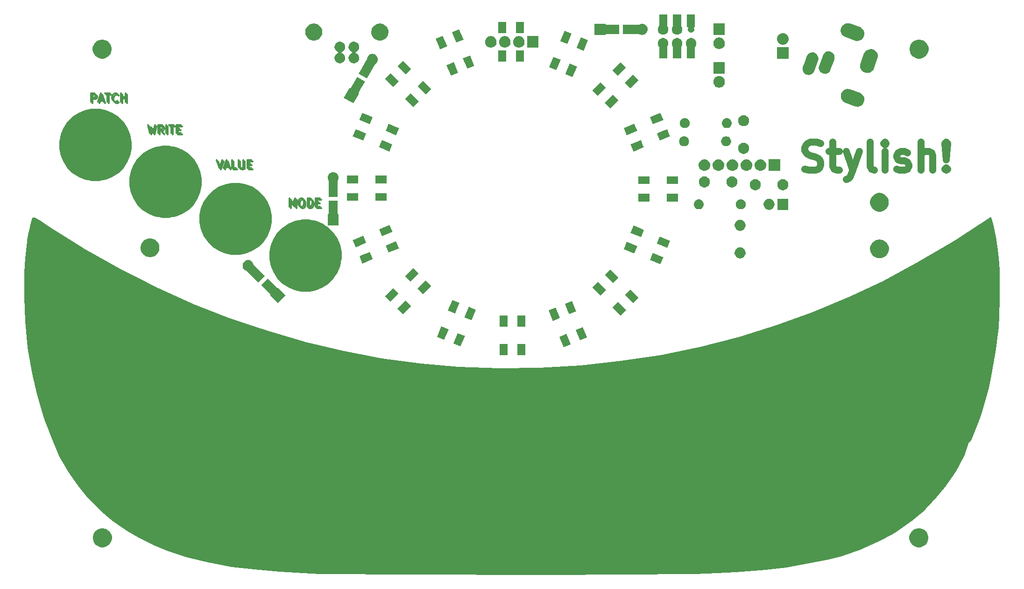
<source format=gts>
G04 #@! TF.GenerationSoftware,KiCad,Pcbnew,(6.0.0-rc1-dev-1127-g569d4a0f6)*
G04 #@! TF.CreationDate,2018-12-11T03:09:38-08:00*
G04 #@! TF.ProjectId,Stylish-Belt-Synth - Full,5374796c-6973-4682-9d42-656c742d5379,rev?*
G04 #@! TF.SameCoordinates,Original*
G04 #@! TF.FileFunction,Soldermask,Top*
G04 #@! TF.FilePolarity,Negative*
%FSLAX46Y46*%
G04 Gerber Fmt 4.6, Leading zero omitted, Abs format (unit mm)*
G04 Created by KiCad (PCBNEW (6.0.0-rc1-dev-1127-g569d4a0f6)) date 12/11/2018 3:09:38 AM*
%MOMM*%
%LPD*%
G01*
G04 APERTURE LIST*
%ADD10C,1.270000*%
%ADD11C,0.300000*%
%ADD12C,0.375000*%
%ADD13C,0.150000*%
%ADD14C,0.100000*%
G04 APERTURE END LIST*
D10*
X201561095Y-82447190D02*
X202286809Y-82689095D01*
X203496333Y-82689095D01*
X203980142Y-82447190D01*
X204222047Y-82205285D01*
X204463952Y-81721476D01*
X204463952Y-81237666D01*
X204222047Y-80753857D01*
X203980142Y-80511952D01*
X203496333Y-80270047D01*
X202528714Y-80028142D01*
X202044904Y-79786238D01*
X201803000Y-79544333D01*
X201561095Y-79060523D01*
X201561095Y-78576714D01*
X201803000Y-78092904D01*
X202044904Y-77851000D01*
X202528714Y-77609095D01*
X203738238Y-77609095D01*
X204463952Y-77851000D01*
X205915380Y-79302428D02*
X207850619Y-79302428D01*
X206641095Y-77609095D02*
X206641095Y-81963380D01*
X206883000Y-82447190D01*
X207366809Y-82689095D01*
X207850619Y-82689095D01*
X209060142Y-79302428D02*
X210269666Y-82689095D01*
X211479190Y-79302428D02*
X210269666Y-82689095D01*
X209785857Y-83898619D01*
X209543952Y-84140523D01*
X209060142Y-84382428D01*
X214140142Y-82689095D02*
X213656333Y-82447190D01*
X213414428Y-81963380D01*
X213414428Y-77609095D01*
X216075380Y-82689095D02*
X216075380Y-79302428D01*
X216075380Y-77609095D02*
X215833476Y-77851000D01*
X216075380Y-78092904D01*
X216317285Y-77851000D01*
X216075380Y-77609095D01*
X216075380Y-78092904D01*
X218252523Y-82447190D02*
X218736333Y-82689095D01*
X219703952Y-82689095D01*
X220187761Y-82447190D01*
X220429666Y-81963380D01*
X220429666Y-81721476D01*
X220187761Y-81237666D01*
X219703952Y-80995761D01*
X218978238Y-80995761D01*
X218494428Y-80753857D01*
X218252523Y-80270047D01*
X218252523Y-80028142D01*
X218494428Y-79544333D01*
X218978238Y-79302428D01*
X219703952Y-79302428D01*
X220187761Y-79544333D01*
X222606809Y-82689095D02*
X222606809Y-77609095D01*
X224783952Y-82689095D02*
X224783952Y-80028142D01*
X224542047Y-79544333D01*
X224058238Y-79302428D01*
X223332523Y-79302428D01*
X222848714Y-79544333D01*
X222606809Y-79786238D01*
X227203000Y-82205285D02*
X227444904Y-82447190D01*
X227203000Y-82689095D01*
X226961095Y-82447190D01*
X227203000Y-82205285D01*
X227203000Y-82689095D01*
X227203000Y-80753857D02*
X226961095Y-77851000D01*
X227203000Y-77609095D01*
X227444904Y-77851000D01*
X227203000Y-80753857D01*
X227203000Y-77609095D01*
D11*
X108410714Y-89578571D02*
X108410714Y-88078571D01*
X108910714Y-89150000D01*
X109410714Y-88078571D01*
X109410714Y-89578571D01*
X110410714Y-88078571D02*
X110696428Y-88078571D01*
X110839285Y-88150000D01*
X110982142Y-88292857D01*
X111053571Y-88578571D01*
X111053571Y-89078571D01*
X110982142Y-89364285D01*
X110839285Y-89507142D01*
X110696428Y-89578571D01*
X110410714Y-89578571D01*
X110267857Y-89507142D01*
X110125000Y-89364285D01*
X110053571Y-89078571D01*
X110053571Y-88578571D01*
X110125000Y-88292857D01*
X110267857Y-88150000D01*
X110410714Y-88078571D01*
X111696428Y-89578571D02*
X111696428Y-88078571D01*
X112053571Y-88078571D01*
X112267857Y-88150000D01*
X112410714Y-88292857D01*
X112482142Y-88435714D01*
X112553571Y-88721428D01*
X112553571Y-88935714D01*
X112482142Y-89221428D01*
X112410714Y-89364285D01*
X112267857Y-89507142D01*
X112053571Y-89578571D01*
X111696428Y-89578571D01*
X113196428Y-88792857D02*
X113696428Y-88792857D01*
X113910714Y-89578571D02*
X113196428Y-89578571D01*
X113196428Y-88078571D01*
X113910714Y-88078571D01*
X95210714Y-81093571D02*
X95710714Y-82593571D01*
X96210714Y-81093571D01*
X96639285Y-82165000D02*
X97353571Y-82165000D01*
X96496428Y-82593571D02*
X96996428Y-81093571D01*
X97496428Y-82593571D01*
X98710714Y-82593571D02*
X97996428Y-82593571D01*
X97996428Y-81093571D01*
X99210714Y-81093571D02*
X99210714Y-82307857D01*
X99282142Y-82450714D01*
X99353571Y-82522142D01*
X99496428Y-82593571D01*
X99782142Y-82593571D01*
X99925000Y-82522142D01*
X99996428Y-82450714D01*
X100067857Y-82307857D01*
X100067857Y-81093571D01*
X100782142Y-81807857D02*
X101282142Y-81807857D01*
X101496428Y-82593571D02*
X100782142Y-82593571D01*
X100782142Y-81093571D01*
X101496428Y-81093571D01*
D12*
X108156714Y-89324571D02*
X108156714Y-87824571D01*
X108656714Y-88896000D01*
X109156714Y-87824571D01*
X109156714Y-89324571D01*
X110156714Y-87824571D02*
X110442428Y-87824571D01*
X110585285Y-87896000D01*
X110728142Y-88038857D01*
X110799571Y-88324571D01*
X110799571Y-88824571D01*
X110728142Y-89110285D01*
X110585285Y-89253142D01*
X110442428Y-89324571D01*
X110156714Y-89324571D01*
X110013857Y-89253142D01*
X109871000Y-89110285D01*
X109799571Y-88824571D01*
X109799571Y-88324571D01*
X109871000Y-88038857D01*
X110013857Y-87896000D01*
X110156714Y-87824571D01*
X111442428Y-89324571D02*
X111442428Y-87824571D01*
X111799571Y-87824571D01*
X112013857Y-87896000D01*
X112156714Y-88038857D01*
X112228142Y-88181714D01*
X112299571Y-88467428D01*
X112299571Y-88681714D01*
X112228142Y-88967428D01*
X112156714Y-89110285D01*
X112013857Y-89253142D01*
X111799571Y-89324571D01*
X111442428Y-89324571D01*
X112942428Y-88538857D02*
X113442428Y-88538857D01*
X113656714Y-89324571D02*
X112942428Y-89324571D01*
X112942428Y-87824571D01*
X113656714Y-87824571D01*
X82471000Y-74489571D02*
X82828142Y-75989571D01*
X83113857Y-74918142D01*
X83399571Y-75989571D01*
X83756714Y-74489571D01*
X85185285Y-75989571D02*
X84685285Y-75275285D01*
X84328142Y-75989571D02*
X84328142Y-74489571D01*
X84899571Y-74489571D01*
X85042428Y-74561000D01*
X85113857Y-74632428D01*
X85185285Y-74775285D01*
X85185285Y-74989571D01*
X85113857Y-75132428D01*
X85042428Y-75203857D01*
X84899571Y-75275285D01*
X84328142Y-75275285D01*
X85828142Y-75989571D02*
X85828142Y-74489571D01*
X86328142Y-74489571D02*
X87185285Y-74489571D01*
X86756714Y-75989571D02*
X86756714Y-74489571D01*
X87685285Y-75203857D02*
X88185285Y-75203857D01*
X88399571Y-75989571D02*
X87685285Y-75989571D01*
X87685285Y-74489571D01*
X88399571Y-74489571D01*
X94956714Y-80839571D02*
X95456714Y-82339571D01*
X95956714Y-80839571D01*
X96385285Y-81911000D02*
X97099571Y-81911000D01*
X96242428Y-82339571D02*
X96742428Y-80839571D01*
X97242428Y-82339571D01*
X98456714Y-82339571D02*
X97742428Y-82339571D01*
X97742428Y-80839571D01*
X98956714Y-80839571D02*
X98956714Y-82053857D01*
X99028142Y-82196714D01*
X99099571Y-82268142D01*
X99242428Y-82339571D01*
X99528142Y-82339571D01*
X99671000Y-82268142D01*
X99742428Y-82196714D01*
X99813857Y-82053857D01*
X99813857Y-80839571D01*
X100528142Y-81553857D02*
X101028142Y-81553857D01*
X101242428Y-82339571D02*
X100528142Y-82339571D01*
X100528142Y-80839571D01*
X101242428Y-80839571D01*
D11*
X72422142Y-70528571D02*
X72422142Y-69028571D01*
X72993571Y-69028571D01*
X73136428Y-69100000D01*
X73207857Y-69171428D01*
X73279285Y-69314285D01*
X73279285Y-69528571D01*
X73207857Y-69671428D01*
X73136428Y-69742857D01*
X72993571Y-69814285D01*
X72422142Y-69814285D01*
X73850714Y-70100000D02*
X74565000Y-70100000D01*
X73707857Y-70528571D02*
X74207857Y-69028571D01*
X74707857Y-70528571D01*
X74993571Y-69028571D02*
X75850714Y-69028571D01*
X75422142Y-70528571D02*
X75422142Y-69028571D01*
X77207857Y-70385714D02*
X77136428Y-70457142D01*
X76922142Y-70528571D01*
X76779285Y-70528571D01*
X76565000Y-70457142D01*
X76422142Y-70314285D01*
X76350714Y-70171428D01*
X76279285Y-69885714D01*
X76279285Y-69671428D01*
X76350714Y-69385714D01*
X76422142Y-69242857D01*
X76565000Y-69100000D01*
X76779285Y-69028571D01*
X76922142Y-69028571D01*
X77136428Y-69100000D01*
X77207857Y-69171428D01*
X77850714Y-70528571D02*
X77850714Y-69028571D01*
X77850714Y-69742857D02*
X78707857Y-69742857D01*
X78707857Y-70528571D02*
X78707857Y-69028571D01*
D12*
X72168142Y-70274571D02*
X72168142Y-68774571D01*
X72739571Y-68774571D01*
X72882428Y-68846000D01*
X72953857Y-68917428D01*
X73025285Y-69060285D01*
X73025285Y-69274571D01*
X72953857Y-69417428D01*
X72882428Y-69488857D01*
X72739571Y-69560285D01*
X72168142Y-69560285D01*
X73596714Y-69846000D02*
X74311000Y-69846000D01*
X73453857Y-70274571D02*
X73953857Y-68774571D01*
X74453857Y-70274571D01*
X74739571Y-68774571D02*
X75596714Y-68774571D01*
X75168142Y-70274571D02*
X75168142Y-68774571D01*
X76953857Y-70131714D02*
X76882428Y-70203142D01*
X76668142Y-70274571D01*
X76525285Y-70274571D01*
X76311000Y-70203142D01*
X76168142Y-70060285D01*
X76096714Y-69917428D01*
X76025285Y-69631714D01*
X76025285Y-69417428D01*
X76096714Y-69131714D01*
X76168142Y-68988857D01*
X76311000Y-68846000D01*
X76525285Y-68774571D01*
X76668142Y-68774571D01*
X76882428Y-68846000D01*
X76953857Y-68917428D01*
X77596714Y-70274571D02*
X77596714Y-68774571D01*
X77596714Y-69488857D02*
X78453857Y-69488857D01*
X78453857Y-70274571D02*
X78453857Y-68774571D01*
D11*
X82725000Y-74743571D02*
X83082142Y-76243571D01*
X83367857Y-75172142D01*
X83653571Y-76243571D01*
X84010714Y-74743571D01*
X85439285Y-76243571D02*
X84939285Y-75529285D01*
X84582142Y-76243571D02*
X84582142Y-74743571D01*
X85153571Y-74743571D01*
X85296428Y-74815000D01*
X85367857Y-74886428D01*
X85439285Y-75029285D01*
X85439285Y-75243571D01*
X85367857Y-75386428D01*
X85296428Y-75457857D01*
X85153571Y-75529285D01*
X84582142Y-75529285D01*
X86082142Y-76243571D02*
X86082142Y-74743571D01*
X86582142Y-74743571D02*
X87439285Y-74743571D01*
X87010714Y-76243571D02*
X87010714Y-74743571D01*
X87939285Y-75457857D02*
X88439285Y-75457857D01*
X88653571Y-76243571D02*
X87939285Y-76243571D01*
X87939285Y-74743571D01*
X88653571Y-74743571D01*
D13*
G04 #@! TO.C,KB1*
G36*
X64753000Y-93128000D02*
X71103000Y-97118000D01*
X77453000Y-100708000D01*
X84113000Y-104088000D01*
X90793000Y-107088000D01*
X97353000Y-109658000D01*
X104053000Y-111908000D01*
X111103000Y-113958000D01*
X118013000Y-115608000D01*
X124913000Y-116908000D01*
X132053000Y-117838000D01*
X138783000Y-118458000D01*
X146073000Y-118748000D01*
X153443000Y-118678000D01*
X160963000Y-118228000D01*
X168353000Y-117398000D01*
X175463000Y-116318000D01*
X182793000Y-114818000D01*
X189673000Y-113028000D01*
X196393000Y-110968000D01*
X203003000Y-108568000D01*
X209683000Y-105768000D01*
X215883000Y-102888000D01*
X222023000Y-99548000D01*
X228733000Y-95578000D01*
X235313000Y-91308000D01*
X235513000Y-91868000D01*
X235783000Y-92828000D01*
X236193000Y-94878000D01*
X236483000Y-97098000D01*
X236743000Y-99598000D01*
X236813000Y-100948000D01*
X236833000Y-103348000D01*
X236823000Y-106178000D01*
X236763000Y-109158000D01*
X236643000Y-111178000D01*
X236423000Y-113168000D01*
X236163000Y-115188000D01*
X235793000Y-117648000D01*
X235353000Y-120028000D01*
X234873000Y-122188000D01*
X234433000Y-123968000D01*
X233753000Y-126328000D01*
X233233000Y-127868000D01*
X232653000Y-129368000D01*
X232133000Y-130668000D01*
X231733000Y-131528000D01*
X231553000Y-131898000D01*
X231303000Y-132038000D01*
X230503000Y-134428000D01*
X229953000Y-135528000D01*
X228993000Y-137298000D01*
X227033000Y-140098000D01*
X225293000Y-142168000D01*
X223013000Y-144538000D01*
X221133000Y-146158000D01*
X217883000Y-148408000D01*
X215323000Y-149788000D01*
X211633000Y-151508000D01*
X208223000Y-152718000D01*
X205873000Y-153238000D01*
X202303000Y-153978000D01*
X198233000Y-154668000D01*
X194493000Y-155098000D01*
X188983000Y-155518000D01*
X183813000Y-155828000D01*
X181413000Y-155928000D01*
X155253000Y-156068000D01*
X129043000Y-155978000D01*
X123833000Y-155968000D01*
X120123000Y-155928000D01*
X117253000Y-155928000D01*
X113713000Y-155858000D01*
X112043000Y-155828000D01*
X106473000Y-155468000D01*
X102683000Y-155168000D01*
X97783000Y-154588000D01*
X93393000Y-153808000D01*
X89523000Y-152878000D01*
X85993000Y-151648000D01*
X83523000Y-150648000D01*
X81003000Y-149388000D01*
X78763000Y-148098000D01*
X76033000Y-146238000D01*
X74343000Y-144798000D01*
X71413000Y-141798000D01*
X70083000Y-140158000D01*
X68173000Y-137508000D01*
X66463000Y-134628000D01*
X65243000Y-131578000D01*
X63723000Y-127728000D01*
X62433000Y-123288000D01*
X61633000Y-119698000D01*
X60783000Y-114928000D01*
X60303000Y-110118000D01*
X60163000Y-105798000D01*
X60163000Y-101288000D01*
X60303000Y-98728000D01*
X60773000Y-94868000D01*
X61393000Y-91988000D01*
X61613000Y-91418000D01*
X61923000Y-91348000D01*
X62893000Y-91898000D01*
X64753000Y-93128000D01*
G37*
X64753000Y-93128000D02*
X71103000Y-97118000D01*
X77453000Y-100708000D01*
X84113000Y-104088000D01*
X90793000Y-107088000D01*
X97353000Y-109658000D01*
X104053000Y-111908000D01*
X111103000Y-113958000D01*
X118013000Y-115608000D01*
X124913000Y-116908000D01*
X132053000Y-117838000D01*
X138783000Y-118458000D01*
X146073000Y-118748000D01*
X153443000Y-118678000D01*
X160963000Y-118228000D01*
X168353000Y-117398000D01*
X175463000Y-116318000D01*
X182793000Y-114818000D01*
X189673000Y-113028000D01*
X196393000Y-110968000D01*
X203003000Y-108568000D01*
X209683000Y-105768000D01*
X215883000Y-102888000D01*
X222023000Y-99548000D01*
X228733000Y-95578000D01*
X235313000Y-91308000D01*
X235513000Y-91868000D01*
X235783000Y-92828000D01*
X236193000Y-94878000D01*
X236483000Y-97098000D01*
X236743000Y-99598000D01*
X236813000Y-100948000D01*
X236833000Y-103348000D01*
X236823000Y-106178000D01*
X236763000Y-109158000D01*
X236643000Y-111178000D01*
X236423000Y-113168000D01*
X236163000Y-115188000D01*
X235793000Y-117648000D01*
X235353000Y-120028000D01*
X234873000Y-122188000D01*
X234433000Y-123968000D01*
X233753000Y-126328000D01*
X233233000Y-127868000D01*
X232653000Y-129368000D01*
X232133000Y-130668000D01*
X231733000Y-131528000D01*
X231553000Y-131898000D01*
X231303000Y-132038000D01*
X230503000Y-134428000D01*
X229953000Y-135528000D01*
X228993000Y-137298000D01*
X227033000Y-140098000D01*
X225293000Y-142168000D01*
X223013000Y-144538000D01*
X221133000Y-146158000D01*
X217883000Y-148408000D01*
X215323000Y-149788000D01*
X211633000Y-151508000D01*
X208223000Y-152718000D01*
X205873000Y-153238000D01*
X202303000Y-153978000D01*
X198233000Y-154668000D01*
X194493000Y-155098000D01*
X188983000Y-155518000D01*
X183813000Y-155828000D01*
X181413000Y-155928000D01*
X155253000Y-156068000D01*
X129043000Y-155978000D01*
X123833000Y-155968000D01*
X120123000Y-155928000D01*
X117253000Y-155928000D01*
X113713000Y-155858000D01*
X112043000Y-155828000D01*
X106473000Y-155468000D01*
X102683000Y-155168000D01*
X97783000Y-154588000D01*
X93393000Y-153808000D01*
X89523000Y-152878000D01*
X85993000Y-151648000D01*
X83523000Y-150648000D01*
X81003000Y-149388000D01*
X78763000Y-148098000D01*
X76033000Y-146238000D01*
X74343000Y-144798000D01*
X71413000Y-141798000D01*
X70083000Y-140158000D01*
X68173000Y-137508000D01*
X66463000Y-134628000D01*
X65243000Y-131578000D01*
X63723000Y-127728000D01*
X62433000Y-123288000D01*
X61633000Y-119698000D01*
X60783000Y-114928000D01*
X60303000Y-110118000D01*
X60163000Y-105798000D01*
X60163000Y-101288000D01*
X60303000Y-98728000D01*
X60773000Y-94868000D01*
X61393000Y-91988000D01*
X61613000Y-91418000D01*
X61923000Y-91348000D01*
X62893000Y-91898000D01*
X64753000Y-93128000D01*
D14*
G36*
X74733017Y-147751771D02*
X75046856Y-147881767D01*
X75329308Y-148070495D01*
X75569505Y-148310692D01*
X75758233Y-148593144D01*
X75888229Y-148906983D01*
X75954500Y-149240150D01*
X75954500Y-149579850D01*
X75888229Y-149913017D01*
X75758233Y-150226856D01*
X75569505Y-150509308D01*
X75329308Y-150749505D01*
X75046856Y-150938233D01*
X74733017Y-151068229D01*
X74399850Y-151134500D01*
X74060150Y-151134500D01*
X73726983Y-151068229D01*
X73413144Y-150938233D01*
X73130692Y-150749505D01*
X72890495Y-150509308D01*
X72701767Y-150226856D01*
X72571771Y-149913017D01*
X72505500Y-149579850D01*
X72505500Y-149240150D01*
X72571771Y-148906983D01*
X72701767Y-148593144D01*
X72890495Y-148310692D01*
X73130692Y-148070495D01*
X73413144Y-147881767D01*
X73726983Y-147751771D01*
X74060150Y-147685500D01*
X74399850Y-147685500D01*
X74733017Y-147751771D01*
X74733017Y-147751771D01*
G37*
G36*
X222773017Y-147741771D02*
X223086856Y-147871767D01*
X223369308Y-148060495D01*
X223609505Y-148300692D01*
X223798233Y-148583144D01*
X223928229Y-148896983D01*
X223994500Y-149230150D01*
X223994500Y-149569850D01*
X223928229Y-149903017D01*
X223798233Y-150216856D01*
X223609505Y-150499308D01*
X223369308Y-150739505D01*
X223086856Y-150928233D01*
X222773017Y-151058229D01*
X222439850Y-151124500D01*
X222100150Y-151124500D01*
X221766983Y-151058229D01*
X221453144Y-150928233D01*
X221170692Y-150739505D01*
X220930495Y-150499308D01*
X220741767Y-150216856D01*
X220611771Y-149903017D01*
X220545500Y-149569850D01*
X220545500Y-149230150D01*
X220611771Y-148896983D01*
X220741767Y-148583144D01*
X220930495Y-148300692D01*
X221170692Y-148060495D01*
X221453144Y-147871767D01*
X221766983Y-147741771D01*
X222100150Y-147675500D01*
X222439850Y-147675500D01*
X222773017Y-147741771D01*
X222773017Y-147741771D01*
G37*
G36*
X146330603Y-118835968D02*
X146370266Y-118852397D01*
X146505678Y-118908486D01*
X146529378Y-118924322D01*
X146663241Y-119013767D01*
X146797233Y-119147759D01*
X146832592Y-119200678D01*
X146902514Y-119305322D01*
X146948371Y-119416031D01*
X146975032Y-119480397D01*
X147012000Y-119666250D01*
X147012000Y-119855750D01*
X146975032Y-120041603D01*
X146975031Y-120041605D01*
X146902514Y-120216678D01*
X146882092Y-120247241D01*
X146797233Y-120374241D01*
X146663241Y-120508233D01*
X146587217Y-120559031D01*
X146505678Y-120613514D01*
X146370266Y-120669603D01*
X146330603Y-120686032D01*
X146144750Y-120723000D01*
X145955250Y-120723000D01*
X145769397Y-120686032D01*
X145729734Y-120669603D01*
X145594322Y-120613514D01*
X145512783Y-120559031D01*
X145436759Y-120508233D01*
X145302767Y-120374241D01*
X145217908Y-120247241D01*
X145197486Y-120216678D01*
X145124969Y-120041605D01*
X145124968Y-120041603D01*
X145088000Y-119855750D01*
X145088000Y-119666250D01*
X145124968Y-119480397D01*
X145151629Y-119416031D01*
X145197486Y-119305322D01*
X145267408Y-119200678D01*
X145302767Y-119147759D01*
X145436759Y-119013767D01*
X145570622Y-118924322D01*
X145594322Y-118908486D01*
X145729734Y-118852397D01*
X145769397Y-118835968D01*
X145955250Y-118799000D01*
X146144750Y-118799000D01*
X146330603Y-118835968D01*
X146330603Y-118835968D01*
G37*
G36*
X153696603Y-118708968D02*
X153696606Y-118708969D01*
X153696605Y-118708969D01*
X153871678Y-118781486D01*
X153895378Y-118797322D01*
X154029241Y-118886767D01*
X154163233Y-119020759D01*
X154166471Y-119025605D01*
X154268514Y-119178322D01*
X154293330Y-119238234D01*
X154341032Y-119353397D01*
X154378000Y-119539250D01*
X154378000Y-119728750D01*
X154341032Y-119914603D01*
X154341031Y-119914605D01*
X154268514Y-120089678D01*
X154216232Y-120167923D01*
X154163233Y-120247241D01*
X154029241Y-120381233D01*
X153949923Y-120434232D01*
X153871678Y-120486514D01*
X153736266Y-120542603D01*
X153696603Y-120559032D01*
X153510750Y-120596000D01*
X153321250Y-120596000D01*
X153135397Y-120559032D01*
X153095734Y-120542603D01*
X152960322Y-120486514D01*
X152882077Y-120434232D01*
X152802759Y-120381233D01*
X152668767Y-120247241D01*
X152615768Y-120167923D01*
X152563486Y-120089678D01*
X152490969Y-119914605D01*
X152490968Y-119914603D01*
X152454000Y-119728750D01*
X152454000Y-119539250D01*
X152490968Y-119353397D01*
X152538670Y-119238234D01*
X152563486Y-119178322D01*
X152665529Y-119025605D01*
X152668767Y-119020759D01*
X152802759Y-118886767D01*
X152936622Y-118797322D01*
X152960322Y-118781486D01*
X153135395Y-118708969D01*
X153135394Y-118708969D01*
X153135397Y-118708968D01*
X153321250Y-118672000D01*
X153510750Y-118672000D01*
X153696603Y-118708968D01*
X153696603Y-118708968D01*
G37*
G36*
X138964603Y-118454968D02*
X138999056Y-118469239D01*
X139139678Y-118527486D01*
X139139679Y-118527487D01*
X139297241Y-118632767D01*
X139431233Y-118766759D01*
X139452776Y-118799000D01*
X139536514Y-118924322D01*
X139578466Y-119025605D01*
X139609032Y-119099397D01*
X139646000Y-119285250D01*
X139646000Y-119474750D01*
X139609032Y-119660603D01*
X139605127Y-119670031D01*
X139536514Y-119835678D01*
X139516092Y-119866241D01*
X139431233Y-119993241D01*
X139297241Y-120127233D01*
X139221217Y-120178031D01*
X139139678Y-120232514D01*
X139004266Y-120288603D01*
X138964603Y-120305032D01*
X138778750Y-120342000D01*
X138589250Y-120342000D01*
X138403397Y-120305032D01*
X138363734Y-120288603D01*
X138228322Y-120232514D01*
X138146783Y-120178031D01*
X138070759Y-120127233D01*
X137936767Y-119993241D01*
X137851908Y-119866241D01*
X137831486Y-119835678D01*
X137762873Y-119670031D01*
X137758968Y-119660603D01*
X137722000Y-119474750D01*
X137722000Y-119285250D01*
X137758968Y-119099397D01*
X137789534Y-119025605D01*
X137831486Y-118924322D01*
X137915224Y-118799000D01*
X137936767Y-118766759D01*
X138070759Y-118632767D01*
X138228321Y-118527487D01*
X138228322Y-118527486D01*
X138368944Y-118469239D01*
X138403397Y-118454968D01*
X138589250Y-118418000D01*
X138778750Y-118418000D01*
X138964603Y-118454968D01*
X138964603Y-118454968D01*
G37*
G36*
X161189603Y-118327968D02*
X161189606Y-118327969D01*
X161189605Y-118327969D01*
X161364678Y-118400486D01*
X161364679Y-118400487D01*
X161522241Y-118505767D01*
X161656233Y-118639759D01*
X161677776Y-118672000D01*
X161761514Y-118797322D01*
X161798563Y-118886767D01*
X161834032Y-118972397D01*
X161871000Y-119158250D01*
X161871000Y-119347750D01*
X161834032Y-119533603D01*
X161817603Y-119573266D01*
X161761514Y-119708678D01*
X161761513Y-119708679D01*
X161656233Y-119866241D01*
X161522241Y-120000233D01*
X161460327Y-120041603D01*
X161364678Y-120105514D01*
X161229266Y-120161603D01*
X161189603Y-120178032D01*
X161003750Y-120215000D01*
X160814250Y-120215000D01*
X160628397Y-120178032D01*
X160588734Y-120161603D01*
X160453322Y-120105514D01*
X160357673Y-120041603D01*
X160295759Y-120000233D01*
X160161767Y-119866241D01*
X160056487Y-119708679D01*
X160056486Y-119708678D01*
X160000397Y-119573266D01*
X159983968Y-119533603D01*
X159947000Y-119347750D01*
X159947000Y-119158250D01*
X159983968Y-118972397D01*
X160019437Y-118886767D01*
X160056486Y-118797322D01*
X160140224Y-118672000D01*
X160161767Y-118639759D01*
X160295759Y-118505767D01*
X160453321Y-118400487D01*
X160453322Y-118400486D01*
X160628395Y-118327969D01*
X160628394Y-118327969D01*
X160628397Y-118327968D01*
X160814250Y-118291000D01*
X161003750Y-118291000D01*
X161189603Y-118327968D01*
X161189603Y-118327968D01*
G37*
G36*
X132233603Y-117819968D02*
X132233606Y-117819969D01*
X132233605Y-117819969D01*
X132408678Y-117892486D01*
X132408679Y-117892487D01*
X132566241Y-117997767D01*
X132700233Y-118131759D01*
X132703471Y-118136605D01*
X132805514Y-118289322D01*
X132821522Y-118327969D01*
X132878032Y-118464397D01*
X132915000Y-118650250D01*
X132915000Y-118839750D01*
X132878032Y-119025603D01*
X132878031Y-119025605D01*
X132805514Y-119200678D01*
X132753232Y-119278923D01*
X132700233Y-119358241D01*
X132566241Y-119492233D01*
X132504327Y-119533603D01*
X132408678Y-119597514D01*
X132273266Y-119653603D01*
X132233603Y-119670032D01*
X132047750Y-119707000D01*
X131858250Y-119707000D01*
X131672397Y-119670032D01*
X131632734Y-119653603D01*
X131497322Y-119597514D01*
X131401673Y-119533603D01*
X131339759Y-119492233D01*
X131205767Y-119358241D01*
X131152768Y-119278923D01*
X131100486Y-119200678D01*
X131027969Y-119025605D01*
X131027968Y-119025603D01*
X130991000Y-118839750D01*
X130991000Y-118650250D01*
X131027968Y-118464397D01*
X131084478Y-118327969D01*
X131100486Y-118289322D01*
X131202529Y-118136605D01*
X131205767Y-118131759D01*
X131339759Y-117997767D01*
X131497321Y-117892487D01*
X131497322Y-117892486D01*
X131672395Y-117819969D01*
X131672394Y-117819969D01*
X131672397Y-117819968D01*
X131858250Y-117783000D01*
X132047750Y-117783000D01*
X132233603Y-117819968D01*
X132233603Y-117819968D01*
G37*
G36*
X168682603Y-117565968D02*
X168722266Y-117582397D01*
X168857678Y-117638486D01*
X168857679Y-117638487D01*
X169015241Y-117743767D01*
X169149233Y-117877759D01*
X169149234Y-117877761D01*
X169254514Y-118035322D01*
X169296466Y-118136605D01*
X169327032Y-118210397D01*
X169364000Y-118396250D01*
X169364000Y-118585750D01*
X169327032Y-118771603D01*
X169327031Y-118771605D01*
X169254514Y-118946678D01*
X169254513Y-118946679D01*
X169149233Y-119104241D01*
X169015241Y-119238233D01*
X168944875Y-119285250D01*
X168857678Y-119343514D01*
X168722266Y-119399603D01*
X168682603Y-119416032D01*
X168496750Y-119453000D01*
X168307250Y-119453000D01*
X168121397Y-119416032D01*
X168081734Y-119399603D01*
X167946322Y-119343514D01*
X167859125Y-119285250D01*
X167788759Y-119238233D01*
X167654767Y-119104241D01*
X167549487Y-118946679D01*
X167549486Y-118946678D01*
X167476969Y-118771605D01*
X167476968Y-118771603D01*
X167440000Y-118585750D01*
X167440000Y-118396250D01*
X167476968Y-118210397D01*
X167507534Y-118136605D01*
X167549486Y-118035322D01*
X167654766Y-117877761D01*
X167654767Y-117877759D01*
X167788759Y-117743767D01*
X167946321Y-117638487D01*
X167946322Y-117638486D01*
X168081734Y-117582397D01*
X168121397Y-117565968D01*
X168307250Y-117529000D01*
X168496750Y-117529000D01*
X168682603Y-117565968D01*
X168682603Y-117565968D01*
G37*
G36*
X124994603Y-116930968D02*
X124994606Y-116930969D01*
X124994605Y-116930969D01*
X125169678Y-117003486D01*
X125169679Y-117003487D01*
X125327241Y-117108767D01*
X125461233Y-117242759D01*
X125507173Y-117311513D01*
X125566514Y-117400322D01*
X125584088Y-117442750D01*
X125639032Y-117575397D01*
X125676000Y-117761250D01*
X125676000Y-117950750D01*
X125639032Y-118136603D01*
X125639031Y-118136605D01*
X125566514Y-118311678D01*
X125514232Y-118389923D01*
X125461233Y-118469241D01*
X125327241Y-118603233D01*
X125283042Y-118632766D01*
X125169678Y-118708514D01*
X125034266Y-118764603D01*
X124994603Y-118781032D01*
X124808750Y-118818000D01*
X124619250Y-118818000D01*
X124433397Y-118781032D01*
X124393734Y-118764603D01*
X124258322Y-118708514D01*
X124144958Y-118632766D01*
X124100759Y-118603233D01*
X123966767Y-118469241D01*
X123913768Y-118389923D01*
X123861486Y-118311678D01*
X123788969Y-118136605D01*
X123788968Y-118136603D01*
X123752000Y-117950750D01*
X123752000Y-117761250D01*
X123788968Y-117575397D01*
X123843912Y-117442750D01*
X123861486Y-117400322D01*
X123920827Y-117311513D01*
X123966767Y-117242759D01*
X124100759Y-117108767D01*
X124258321Y-117003487D01*
X124258322Y-117003486D01*
X124433395Y-116930969D01*
X124433394Y-116930969D01*
X124433397Y-116930968D01*
X124619250Y-116894000D01*
X124808750Y-116894000D01*
X124994603Y-116930968D01*
X124994603Y-116930968D01*
G37*
G36*
X175794603Y-116422968D02*
X175794606Y-116422969D01*
X175794605Y-116422969D01*
X175969678Y-116495486D01*
X175969679Y-116495487D01*
X176127241Y-116600767D01*
X176261233Y-116734759D01*
X176264471Y-116739605D01*
X176366514Y-116892322D01*
X176382522Y-116930969D01*
X176439032Y-117067397D01*
X176476000Y-117253250D01*
X176476000Y-117442750D01*
X176439032Y-117628603D01*
X176439031Y-117628605D01*
X176366514Y-117803678D01*
X176317014Y-117877759D01*
X176261233Y-117961241D01*
X176127241Y-118095233D01*
X176072576Y-118131759D01*
X175969678Y-118200514D01*
X175834266Y-118256603D01*
X175794603Y-118273032D01*
X175608750Y-118310000D01*
X175419250Y-118310000D01*
X175233397Y-118273032D01*
X175193734Y-118256603D01*
X175058322Y-118200514D01*
X174955424Y-118131759D01*
X174900759Y-118095233D01*
X174766767Y-117961241D01*
X174710986Y-117877759D01*
X174661486Y-117803678D01*
X174588969Y-117628605D01*
X174588968Y-117628603D01*
X174552000Y-117442750D01*
X174552000Y-117253250D01*
X174588968Y-117067397D01*
X174645478Y-116930969D01*
X174661486Y-116892322D01*
X174763529Y-116739605D01*
X174766767Y-116734759D01*
X174900759Y-116600767D01*
X175058321Y-116495487D01*
X175058322Y-116495486D01*
X175233395Y-116422969D01*
X175233394Y-116422969D01*
X175233397Y-116422968D01*
X175419250Y-116386000D01*
X175608750Y-116386000D01*
X175794603Y-116422968D01*
X175794603Y-116422968D01*
G37*
G36*
X118136603Y-115533968D02*
X118171056Y-115548239D01*
X118311678Y-115606486D01*
X118311679Y-115606487D01*
X118469241Y-115711767D01*
X118603233Y-115845759D01*
X118603234Y-115845761D01*
X118708514Y-116003322D01*
X118750466Y-116104605D01*
X118781032Y-116178397D01*
X118818000Y-116364250D01*
X118818000Y-116553750D01*
X118781032Y-116739603D01*
X118781031Y-116739605D01*
X118708514Y-116914678D01*
X118656232Y-116992923D01*
X118603233Y-117072241D01*
X118469241Y-117206233D01*
X118414576Y-117242759D01*
X118311678Y-117311514D01*
X118176266Y-117367603D01*
X118136603Y-117384032D01*
X117950750Y-117421000D01*
X117761250Y-117421000D01*
X117575397Y-117384032D01*
X117535734Y-117367603D01*
X117400322Y-117311514D01*
X117297424Y-117242759D01*
X117242759Y-117206233D01*
X117108767Y-117072241D01*
X117055768Y-116992923D01*
X117003486Y-116914678D01*
X116930969Y-116739605D01*
X116930968Y-116739603D01*
X116894000Y-116553750D01*
X116894000Y-116364250D01*
X116930968Y-116178397D01*
X116961534Y-116104605D01*
X117003486Y-116003322D01*
X117108766Y-115845761D01*
X117108767Y-115845759D01*
X117242759Y-115711767D01*
X117400321Y-115606487D01*
X117400322Y-115606486D01*
X117540944Y-115548239D01*
X117575397Y-115533968D01*
X117761250Y-115497000D01*
X117950750Y-115497000D01*
X118136603Y-115533968D01*
X118136603Y-115533968D01*
G37*
G36*
X183160603Y-114898968D02*
X183160606Y-114898969D01*
X183160605Y-114898969D01*
X183335678Y-114971486D01*
X183335679Y-114971487D01*
X183493241Y-115076767D01*
X183627233Y-115210759D01*
X183630471Y-115215605D01*
X183732514Y-115368322D01*
X183741774Y-115390678D01*
X183805032Y-115543397D01*
X183842000Y-115729250D01*
X183842000Y-115918750D01*
X183805032Y-116104603D01*
X183805031Y-116104605D01*
X183732514Y-116279678D01*
X183732513Y-116279679D01*
X183627233Y-116437241D01*
X183493241Y-116571233D01*
X183449042Y-116600766D01*
X183335678Y-116676514D01*
X183200266Y-116732603D01*
X183160603Y-116749032D01*
X182974750Y-116786000D01*
X182785250Y-116786000D01*
X182599397Y-116749032D01*
X182559734Y-116732603D01*
X182424322Y-116676514D01*
X182310958Y-116600766D01*
X182266759Y-116571233D01*
X182132767Y-116437241D01*
X182027487Y-116279679D01*
X182027486Y-116279678D01*
X181954969Y-116104605D01*
X181954968Y-116104603D01*
X181918000Y-115918750D01*
X181918000Y-115729250D01*
X181954968Y-115543397D01*
X182018226Y-115390678D01*
X182027486Y-115368322D01*
X182129529Y-115215605D01*
X182132767Y-115210759D01*
X182266759Y-115076767D01*
X182424321Y-114971487D01*
X182424322Y-114971486D01*
X182599395Y-114898969D01*
X182599394Y-114898969D01*
X182599397Y-114898968D01*
X182785250Y-114862000D01*
X182974750Y-114862000D01*
X183160603Y-114898968D01*
X183160603Y-114898968D01*
G37*
G36*
X150890000Y-116251500D02*
X149490000Y-116251500D01*
X149490000Y-114200500D01*
X150890000Y-114200500D01*
X150890000Y-116251500D01*
X150890000Y-116251500D01*
G37*
G36*
X147690000Y-116251500D02*
X146290000Y-116251500D01*
X146290000Y-114200500D01*
X147690000Y-114200500D01*
X147690000Y-116251500D01*
X147690000Y-116251500D01*
G37*
G36*
X111151603Y-114009968D02*
X111151606Y-114009969D01*
X111151605Y-114009969D01*
X111326678Y-114082486D01*
X111326679Y-114082487D01*
X111484241Y-114187767D01*
X111618233Y-114321759D01*
X111621471Y-114326605D01*
X111723514Y-114479322D01*
X111732774Y-114501678D01*
X111796032Y-114654397D01*
X111833000Y-114840250D01*
X111833000Y-115029750D01*
X111796032Y-115215603D01*
X111796031Y-115215605D01*
X111723514Y-115390678D01*
X111723513Y-115390679D01*
X111618233Y-115548241D01*
X111484241Y-115682233D01*
X111440042Y-115711766D01*
X111326678Y-115787514D01*
X111191266Y-115843603D01*
X111151603Y-115860032D01*
X110965750Y-115897000D01*
X110776250Y-115897000D01*
X110590397Y-115860032D01*
X110550734Y-115843603D01*
X110415322Y-115787514D01*
X110301958Y-115711766D01*
X110257759Y-115682233D01*
X110123767Y-115548241D01*
X110018487Y-115390679D01*
X110018486Y-115390678D01*
X109945969Y-115215605D01*
X109945968Y-115215603D01*
X109909000Y-115029750D01*
X109909000Y-114840250D01*
X109945968Y-114654397D01*
X110009226Y-114501678D01*
X110018486Y-114479322D01*
X110120529Y-114326605D01*
X110123767Y-114321759D01*
X110257759Y-114187767D01*
X110415321Y-114082487D01*
X110415322Y-114082486D01*
X110590395Y-114009969D01*
X110590394Y-114009969D01*
X110590397Y-114009968D01*
X110776250Y-113973000D01*
X110965750Y-113973000D01*
X111151603Y-114009968D01*
X111151603Y-114009968D01*
G37*
G36*
X190018603Y-113120968D02*
X190018606Y-113120969D01*
X190018605Y-113120969D01*
X190193678Y-113193486D01*
X190193679Y-113193487D01*
X190351241Y-113298767D01*
X190485233Y-113432759D01*
X190538232Y-113512077D01*
X190590514Y-113590322D01*
X190615330Y-113650234D01*
X190663032Y-113765397D01*
X190700000Y-113951250D01*
X190700000Y-114140750D01*
X190663032Y-114326603D01*
X190663031Y-114326605D01*
X190590514Y-114501678D01*
X190590513Y-114501679D01*
X190485233Y-114659241D01*
X190351241Y-114793233D01*
X190303028Y-114825448D01*
X190193678Y-114898514D01*
X190058266Y-114954603D01*
X190018603Y-114971032D01*
X189832750Y-115008000D01*
X189643250Y-115008000D01*
X189457397Y-114971032D01*
X189417734Y-114954603D01*
X189282322Y-114898514D01*
X189172972Y-114825448D01*
X189124759Y-114793233D01*
X188990767Y-114659241D01*
X188885487Y-114501679D01*
X188885486Y-114501678D01*
X188812969Y-114326605D01*
X188812968Y-114326603D01*
X188776000Y-114140750D01*
X188776000Y-113951250D01*
X188812968Y-113765397D01*
X188860670Y-113650234D01*
X188885486Y-113590322D01*
X188937768Y-113512077D01*
X188990767Y-113432759D01*
X189124759Y-113298767D01*
X189282321Y-113193487D01*
X189282322Y-113193486D01*
X189457395Y-113120969D01*
X189457394Y-113120969D01*
X189457397Y-113120968D01*
X189643250Y-113084000D01*
X189832750Y-113084000D01*
X190018603Y-113120968D01*
X190018603Y-113120968D01*
G37*
G36*
X159133182Y-114200500D02*
X159170126Y-114289692D01*
X157876694Y-114825448D01*
X157091810Y-112930571D01*
X157091810Y-112930570D01*
X158385242Y-112394814D01*
X159133182Y-114200500D01*
X159133182Y-114200500D01*
G37*
G36*
X139961190Y-112803570D02*
X139961190Y-112803571D01*
X139176306Y-114698448D01*
X137882874Y-114162692D01*
X137891963Y-114140750D01*
X138667758Y-112267814D01*
X139961190Y-112803570D01*
X139961190Y-112803570D01*
G37*
G36*
X104039603Y-111977968D02*
X104039606Y-111977969D01*
X104039605Y-111977969D01*
X104214678Y-112050486D01*
X104214679Y-112050487D01*
X104372241Y-112155767D01*
X104506233Y-112289759D01*
X104509471Y-112294605D01*
X104611514Y-112447322D01*
X104620774Y-112469678D01*
X104684032Y-112622397D01*
X104721000Y-112808250D01*
X104721000Y-112997750D01*
X104684032Y-113183603D01*
X104684031Y-113183605D01*
X104611514Y-113358678D01*
X104611513Y-113358679D01*
X104506233Y-113516241D01*
X104372241Y-113650233D01*
X104292923Y-113703232D01*
X104214678Y-113755514D01*
X104079266Y-113811603D01*
X104039603Y-113828032D01*
X103853750Y-113865000D01*
X103664250Y-113865000D01*
X103478397Y-113828032D01*
X103438734Y-113811603D01*
X103303322Y-113755514D01*
X103225077Y-113703232D01*
X103145759Y-113650233D01*
X103011767Y-113516241D01*
X102906487Y-113358679D01*
X102906486Y-113358678D01*
X102833969Y-113183605D01*
X102833968Y-113183603D01*
X102797000Y-112997750D01*
X102797000Y-112808250D01*
X102833968Y-112622397D01*
X102897226Y-112469678D01*
X102906486Y-112447322D01*
X103008529Y-112294605D01*
X103011767Y-112289759D01*
X103145759Y-112155767D01*
X103303321Y-112050487D01*
X103303322Y-112050486D01*
X103478395Y-111977969D01*
X103478394Y-111977969D01*
X103478397Y-111977968D01*
X103664250Y-111941000D01*
X103853750Y-111941000D01*
X104039603Y-111977968D01*
X104039603Y-111977968D01*
G37*
G36*
X162098641Y-112997749D02*
X162126540Y-113065105D01*
X160833108Y-113600861D01*
X160048224Y-111705984D01*
X160048224Y-111705983D01*
X161341656Y-111170227D01*
X162098641Y-112997749D01*
X162098641Y-112997749D01*
G37*
G36*
X137004776Y-111578983D02*
X137004776Y-111578984D01*
X136219892Y-113473861D01*
X134926460Y-112938105D01*
X134929581Y-112930571D01*
X135711344Y-111043227D01*
X137004776Y-111578983D01*
X137004776Y-111578983D01*
G37*
G36*
X196749603Y-111088968D02*
X196749606Y-111088969D01*
X196749605Y-111088969D01*
X196924678Y-111161486D01*
X196981836Y-111199678D01*
X197082241Y-111266767D01*
X197216233Y-111400759D01*
X197216234Y-111400761D01*
X197321514Y-111558322D01*
X197367371Y-111669031D01*
X197394032Y-111733397D01*
X197431000Y-111919250D01*
X197431000Y-112108750D01*
X197394032Y-112294603D01*
X197394031Y-112294605D01*
X197321514Y-112469678D01*
X197321513Y-112469679D01*
X197216233Y-112627241D01*
X197082241Y-112761233D01*
X197018879Y-112803570D01*
X196924678Y-112866514D01*
X196789266Y-112922603D01*
X196749603Y-112939032D01*
X196563750Y-112976000D01*
X196374250Y-112976000D01*
X196188397Y-112939032D01*
X196148734Y-112922603D01*
X196013322Y-112866514D01*
X195919121Y-112803570D01*
X195855759Y-112761233D01*
X195721767Y-112627241D01*
X195616487Y-112469679D01*
X195616486Y-112469678D01*
X195543969Y-112294605D01*
X195543968Y-112294603D01*
X195507000Y-112108750D01*
X195507000Y-111919250D01*
X195543968Y-111733397D01*
X195570629Y-111669031D01*
X195616486Y-111558322D01*
X195721766Y-111400761D01*
X195721767Y-111400759D01*
X195855759Y-111266767D01*
X195956164Y-111199678D01*
X196013322Y-111161486D01*
X196188395Y-111088969D01*
X196188394Y-111088969D01*
X196188397Y-111088968D01*
X196374250Y-111052000D01*
X196563750Y-111052000D01*
X196749603Y-111088968D01*
X196749603Y-111088968D01*
G37*
G36*
X97435603Y-109818968D02*
X97435606Y-109818969D01*
X97435605Y-109818969D01*
X97610678Y-109891486D01*
X97610679Y-109891487D01*
X97768241Y-109996767D01*
X97902233Y-110130759D01*
X97902234Y-110130761D01*
X98007514Y-110288322D01*
X98032330Y-110348234D01*
X98080032Y-110463397D01*
X98117000Y-110649250D01*
X98117000Y-110838750D01*
X98080032Y-111024603D01*
X98080031Y-111024605D01*
X98007514Y-111199678D01*
X98007513Y-111199679D01*
X97902233Y-111357241D01*
X97768241Y-111491233D01*
X97688923Y-111544232D01*
X97610678Y-111596514D01*
X97475266Y-111652603D01*
X97435603Y-111669032D01*
X97249750Y-111706000D01*
X97060250Y-111706000D01*
X96874397Y-111669032D01*
X96834734Y-111652603D01*
X96699322Y-111596514D01*
X96621077Y-111544232D01*
X96541759Y-111491233D01*
X96407767Y-111357241D01*
X96302487Y-111199679D01*
X96302486Y-111199678D01*
X96229969Y-111024605D01*
X96229968Y-111024603D01*
X96193000Y-110838750D01*
X96193000Y-110649250D01*
X96229968Y-110463397D01*
X96277670Y-110348234D01*
X96302486Y-110288322D01*
X96407766Y-110130761D01*
X96407767Y-110130759D01*
X96541759Y-109996767D01*
X96699321Y-109891487D01*
X96699322Y-109891486D01*
X96874395Y-109818969D01*
X96874394Y-109818969D01*
X96874397Y-109818968D01*
X97060250Y-109782000D01*
X97249750Y-109782000D01*
X97435603Y-109818968D01*
X97435603Y-109818968D01*
G37*
G36*
X150890000Y-111097500D02*
X149490000Y-111097500D01*
X149490000Y-109046500D01*
X150890000Y-109046500D01*
X150890000Y-111097500D01*
X150890000Y-111097500D01*
G37*
G36*
X147690000Y-111097500D02*
X146290000Y-111097500D01*
X146290000Y-109046500D01*
X147690000Y-109046500D01*
X147690000Y-111097500D01*
X147690000Y-111097500D01*
G37*
G36*
X203353603Y-108675968D02*
X203353606Y-108675969D01*
X203353605Y-108675969D01*
X203528678Y-108748486D01*
X203528679Y-108748487D01*
X203686241Y-108853767D01*
X203820233Y-108987759D01*
X203820234Y-108987761D01*
X203925514Y-109145322D01*
X203981603Y-109280734D01*
X203998032Y-109320397D01*
X204035000Y-109506250D01*
X204035000Y-109695750D01*
X203998032Y-109881603D01*
X203998031Y-109881605D01*
X203925514Y-110056678D01*
X203925513Y-110056679D01*
X203820233Y-110214241D01*
X203686241Y-110348233D01*
X203606923Y-110401232D01*
X203528678Y-110453514D01*
X203393266Y-110509603D01*
X203353603Y-110526032D01*
X203167750Y-110563000D01*
X202978250Y-110563000D01*
X202792397Y-110526032D01*
X202752734Y-110509603D01*
X202617322Y-110453514D01*
X202539077Y-110401232D01*
X202459759Y-110348233D01*
X202325767Y-110214241D01*
X202220487Y-110056679D01*
X202220486Y-110056678D01*
X202147969Y-109881605D01*
X202147968Y-109881603D01*
X202111000Y-109695750D01*
X202111000Y-109506250D01*
X202147968Y-109320397D01*
X202164397Y-109280734D01*
X202220486Y-109145322D01*
X202325766Y-108987761D01*
X202325767Y-108987759D01*
X202459759Y-108853767D01*
X202617321Y-108748487D01*
X202617322Y-108748486D01*
X202792395Y-108675969D01*
X202792394Y-108675969D01*
X202792397Y-108675968D01*
X202978250Y-108639000D01*
X203167750Y-108639000D01*
X203353603Y-108675968D01*
X203353603Y-108675968D01*
G37*
G36*
X157188761Y-109506251D02*
X157197776Y-109528017D01*
X155904344Y-110063773D01*
X155751904Y-109695750D01*
X155119460Y-108168896D01*
X155119460Y-108168895D01*
X156412892Y-107633139D01*
X157188761Y-109506251D01*
X157188761Y-109506251D01*
G37*
G36*
X141933540Y-108041895D02*
X141933540Y-108041896D01*
X141326984Y-109506251D01*
X141148656Y-109936773D01*
X139855224Y-109401017D01*
X139888618Y-109320397D01*
X140640108Y-107506139D01*
X141933540Y-108041895D01*
X141933540Y-108041895D01*
G37*
G36*
X169169956Y-108085748D02*
X168180006Y-109075698D01*
X166729730Y-107625422D01*
X167719680Y-106635472D01*
X169169956Y-108085748D01*
X169169956Y-108085748D01*
G37*
G36*
X90704603Y-107151968D02*
X90704606Y-107151969D01*
X90704605Y-107151969D01*
X90879678Y-107224486D01*
X90879679Y-107224487D01*
X91037241Y-107329767D01*
X91171233Y-107463759D01*
X91224232Y-107543077D01*
X91276514Y-107621322D01*
X91322371Y-107732031D01*
X91349032Y-107796397D01*
X91386000Y-107982250D01*
X91386000Y-108171750D01*
X91349032Y-108357603D01*
X91349031Y-108357605D01*
X91276514Y-108532678D01*
X91276513Y-108532679D01*
X91171233Y-108690241D01*
X91037241Y-108824233D01*
X91014862Y-108839186D01*
X90879678Y-108929514D01*
X90744266Y-108985603D01*
X90704603Y-109002032D01*
X90518750Y-109039000D01*
X90329250Y-109039000D01*
X90143397Y-109002032D01*
X90103734Y-108985603D01*
X89968322Y-108929514D01*
X89833138Y-108839186D01*
X89810759Y-108824233D01*
X89676767Y-108690241D01*
X89571487Y-108532679D01*
X89571486Y-108532678D01*
X89498969Y-108357605D01*
X89498968Y-108357603D01*
X89462000Y-108171750D01*
X89462000Y-107982250D01*
X89498968Y-107796397D01*
X89525629Y-107732031D01*
X89571486Y-107621322D01*
X89623768Y-107543077D01*
X89676767Y-107463759D01*
X89810759Y-107329767D01*
X89968321Y-107224487D01*
X89968322Y-107224486D01*
X90143395Y-107151969D01*
X90143394Y-107151969D01*
X90143397Y-107151968D01*
X90329250Y-107115000D01*
X90518750Y-107115000D01*
X90704603Y-107151968D01*
X90704603Y-107151968D01*
G37*
G36*
X160101585Y-108176429D02*
X160154190Y-108303430D01*
X158860758Y-108839186D01*
X158638840Y-108303429D01*
X158075874Y-106944309D01*
X158075874Y-106944308D01*
X159369306Y-106408552D01*
X160101585Y-108176429D01*
X160101585Y-108176429D01*
G37*
G36*
X130196270Y-107371422D02*
X128745994Y-108821698D01*
X127756044Y-107831748D01*
X129206320Y-106381472D01*
X130196270Y-107371422D01*
X130196270Y-107371422D01*
G37*
G36*
X138977126Y-106817308D02*
X138977126Y-106817309D01*
X138417280Y-108168896D01*
X138192242Y-108712186D01*
X136898810Y-108176430D01*
X136900749Y-108171750D01*
X137683694Y-106281552D01*
X138977126Y-106817308D01*
X138977126Y-106817308D01*
G37*
G36*
X210084603Y-105881968D02*
X210084606Y-105881969D01*
X210084605Y-105881969D01*
X210259678Y-105954486D01*
X210259679Y-105954487D01*
X210417241Y-106059767D01*
X210551233Y-106193759D01*
X210551234Y-106193761D01*
X210656514Y-106351322D01*
X210669002Y-106381472D01*
X210729032Y-106526397D01*
X210766000Y-106712250D01*
X210766000Y-106901750D01*
X210729032Y-107087603D01*
X210729031Y-107087605D01*
X210656514Y-107262678D01*
X210656513Y-107262679D01*
X210551233Y-107420241D01*
X210417241Y-107554233D01*
X210337923Y-107607232D01*
X210259678Y-107659514D01*
X210124266Y-107715603D01*
X210084603Y-107732032D01*
X209898750Y-107769000D01*
X209709250Y-107769000D01*
X209523397Y-107732032D01*
X209483734Y-107715603D01*
X209348322Y-107659514D01*
X209270077Y-107607232D01*
X209190759Y-107554233D01*
X209056767Y-107420241D01*
X208951487Y-107262679D01*
X208951486Y-107262678D01*
X208878969Y-107087605D01*
X208878968Y-107087603D01*
X208842000Y-106901750D01*
X208842000Y-106712250D01*
X208878968Y-106526397D01*
X208938998Y-106381472D01*
X208951486Y-106351322D01*
X209056766Y-106193761D01*
X209056767Y-106193759D01*
X209190759Y-106059767D01*
X209348321Y-105954487D01*
X209348322Y-105954486D01*
X209523395Y-105881969D01*
X209523394Y-105881969D01*
X209523397Y-105881968D01*
X209709250Y-105845000D01*
X209898750Y-105845000D01*
X210084603Y-105881968D01*
X210084603Y-105881968D01*
G37*
G36*
X105839940Y-104024071D02*
X105858882Y-104039617D01*
X105880493Y-104051168D01*
X105903942Y-104058281D01*
X105928328Y-104060683D01*
X105952714Y-104058281D01*
X105976163Y-104051168D01*
X105997774Y-104039617D01*
X106016706Y-104024080D01*
X106045000Y-103995786D01*
X107459214Y-105410000D01*
X106045000Y-106824214D01*
X104630786Y-105410000D01*
X104659080Y-105381706D01*
X104674616Y-105362775D01*
X104686168Y-105341164D01*
X104693281Y-105317715D01*
X104695683Y-105293329D01*
X104693281Y-105268942D01*
X104686168Y-105245493D01*
X104674617Y-105223882D01*
X104659071Y-105204940D01*
X102996237Y-103542106D01*
X104177106Y-102361237D01*
X105839940Y-104024071D01*
X105839940Y-104024071D01*
G37*
G36*
X171432698Y-105823006D02*
X170442748Y-106812956D01*
X168992472Y-105362680D01*
X169982422Y-104372730D01*
X171432698Y-105823006D01*
X171432698Y-105823006D01*
G37*
G36*
X127933528Y-105108680D02*
X126483252Y-106558956D01*
X125493302Y-105569006D01*
X126943578Y-104118730D01*
X127933528Y-105108680D01*
X127933528Y-105108680D01*
G37*
G36*
X83973603Y-104103968D02*
X83973606Y-104103969D01*
X83973605Y-104103969D01*
X84148678Y-104176486D01*
X84148679Y-104176487D01*
X84306241Y-104281767D01*
X84440233Y-104415759D01*
X84440234Y-104415761D01*
X84545514Y-104573322D01*
X84570330Y-104633234D01*
X84618032Y-104748397D01*
X84655000Y-104934250D01*
X84655000Y-105123750D01*
X84618032Y-105309603D01*
X84618031Y-105309605D01*
X84545514Y-105484678D01*
X84545513Y-105484679D01*
X84440233Y-105642241D01*
X84306241Y-105776233D01*
X84226923Y-105829232D01*
X84148678Y-105881514D01*
X84013266Y-105937603D01*
X83973603Y-105954032D01*
X83787750Y-105991000D01*
X83598250Y-105991000D01*
X83412397Y-105954032D01*
X83372734Y-105937603D01*
X83237322Y-105881514D01*
X83159077Y-105829232D01*
X83079759Y-105776233D01*
X82945767Y-105642241D01*
X82840487Y-105484679D01*
X82840486Y-105484678D01*
X82767969Y-105309605D01*
X82767968Y-105309603D01*
X82731000Y-105123750D01*
X82731000Y-104934250D01*
X82767968Y-104748397D01*
X82815670Y-104633234D01*
X82840486Y-104573322D01*
X82945766Y-104415761D01*
X82945767Y-104415759D01*
X83079759Y-104281767D01*
X83237321Y-104176487D01*
X83237322Y-104176486D01*
X83412395Y-104103969D01*
X83412394Y-104103969D01*
X83412397Y-104103968D01*
X83598250Y-104067000D01*
X83787750Y-104067000D01*
X83973603Y-104103968D01*
X83973603Y-104103968D01*
G37*
G36*
X165525528Y-104441320D02*
X164535578Y-105431270D01*
X163085302Y-103980994D01*
X164075252Y-102991044D01*
X165525528Y-104441320D01*
X165525528Y-104441320D01*
G37*
G36*
X133840698Y-103726994D02*
X132390422Y-105177270D01*
X131400472Y-104187320D01*
X132850748Y-102737044D01*
X133840698Y-103726994D01*
X133840698Y-103726994D01*
G37*
G36*
X216307603Y-102960968D02*
X216307606Y-102960969D01*
X216307605Y-102960969D01*
X216482678Y-103033486D01*
X216482679Y-103033487D01*
X216640241Y-103138767D01*
X216774233Y-103272759D01*
X216774234Y-103272761D01*
X216879514Y-103430322D01*
X216925816Y-103542106D01*
X216952032Y-103605397D01*
X216989000Y-103791250D01*
X216989000Y-103980750D01*
X216952032Y-104166603D01*
X216952031Y-104166605D01*
X216879514Y-104341678D01*
X216879513Y-104341679D01*
X216774233Y-104499241D01*
X216640241Y-104633233D01*
X216560923Y-104686232D01*
X216482678Y-104738514D01*
X216347266Y-104794603D01*
X216307603Y-104811032D01*
X216121750Y-104848000D01*
X215932250Y-104848000D01*
X215746397Y-104811032D01*
X215706734Y-104794603D01*
X215571322Y-104738514D01*
X215493077Y-104686232D01*
X215413759Y-104633233D01*
X215279767Y-104499241D01*
X215174487Y-104341679D01*
X215174486Y-104341678D01*
X215101969Y-104166605D01*
X215101968Y-104166603D01*
X215065000Y-103980750D01*
X215065000Y-103791250D01*
X215101968Y-103605397D01*
X215128184Y-103542106D01*
X215174486Y-103430322D01*
X215279766Y-103272761D01*
X215279767Y-103272759D01*
X215413759Y-103138767D01*
X215571321Y-103033487D01*
X215571322Y-103033486D01*
X215746395Y-102960969D01*
X215746394Y-102960969D01*
X215746397Y-102960968D01*
X215932250Y-102924000D01*
X216121750Y-102924000D01*
X216307603Y-102960968D01*
X216307603Y-102960968D01*
G37*
G36*
X111885194Y-91695819D02*
X112970565Y-91911712D01*
X114162589Y-92405465D01*
X114883563Y-92887205D01*
X114905165Y-92898751D01*
X114912939Y-92901109D01*
X114918092Y-92907388D01*
X114937028Y-92922929D01*
X115235382Y-93122283D01*
X116147717Y-94034618D01*
X116864535Y-95107411D01*
X117358288Y-96299435D01*
X117525971Y-97142437D01*
X117610000Y-97564880D01*
X117610000Y-98855120D01*
X117597446Y-98918233D01*
X117358288Y-100120565D01*
X116864535Y-101312589D01*
X116147717Y-102385382D01*
X115235382Y-103297717D01*
X114162589Y-104014535D01*
X112970565Y-104508288D01*
X111885194Y-104724181D01*
X111705120Y-104760000D01*
X110414880Y-104760000D01*
X110234806Y-104724181D01*
X109149435Y-104508288D01*
X107957411Y-104014535D01*
X106884618Y-103297717D01*
X105972283Y-102385382D01*
X105255465Y-101312589D01*
X104761712Y-100120565D01*
X104522554Y-98918233D01*
X104510000Y-98855120D01*
X104510000Y-97564880D01*
X104594029Y-97142437D01*
X104761712Y-96299435D01*
X105255465Y-95107411D01*
X105972283Y-94034618D01*
X106884618Y-93122283D01*
X107957411Y-92405465D01*
X109149435Y-91911712D01*
X110234806Y-91695819D01*
X110414880Y-91660000D01*
X111705120Y-91660000D01*
X111885194Y-91695819D01*
X111885194Y-91695819D01*
G37*
G36*
X167788270Y-102178578D02*
X166798320Y-103168528D01*
X165348044Y-101718252D01*
X166337994Y-100728302D01*
X167788270Y-102178578D01*
X167788270Y-102178578D01*
G37*
G36*
X100852876Y-99036315D02*
X100852879Y-99036316D01*
X100852880Y-99036316D01*
X101041381Y-99093497D01*
X101041383Y-99093498D01*
X101215106Y-99186355D01*
X101367374Y-99311318D01*
X101492337Y-99463586D01*
X101585194Y-99637309D01*
X101633590Y-99796849D01*
X101642968Y-99819488D01*
X101656582Y-99839862D01*
X101664820Y-99848951D01*
X103705609Y-101889740D01*
X102524740Y-103070609D01*
X100483951Y-101029820D01*
X100465009Y-101014274D01*
X100443398Y-101002723D01*
X100431853Y-100998591D01*
X100272311Y-100950195D01*
X100130671Y-100874487D01*
X100098586Y-100857337D01*
X99946318Y-100732374D01*
X99821355Y-100580106D01*
X99728498Y-100406383D01*
X99671315Y-100217876D01*
X99652008Y-100021846D01*
X99671315Y-99825816D01*
X99671316Y-99825812D01*
X99728497Y-99637311D01*
X99821354Y-99463588D01*
X99821355Y-99463586D01*
X99946318Y-99311318D01*
X100098586Y-99186355D01*
X100272309Y-99093498D01*
X100272311Y-99093497D01*
X100460812Y-99036316D01*
X100460813Y-99036316D01*
X100460816Y-99036315D01*
X100607722Y-99021846D01*
X100705970Y-99021846D01*
X100852876Y-99036315D01*
X100852876Y-99036315D01*
G37*
G36*
X131577956Y-101464252D02*
X130127680Y-102914528D01*
X129137730Y-101924578D01*
X130588006Y-100474302D01*
X131577956Y-101464252D01*
X131577956Y-101464252D01*
G37*
G36*
X77242603Y-100801968D02*
X77282266Y-100818397D01*
X77417678Y-100874486D01*
X77417679Y-100874487D01*
X77575241Y-100979767D01*
X77709233Y-101113759D01*
X77709234Y-101113761D01*
X77814514Y-101271322D01*
X77870603Y-101406734D01*
X77887032Y-101446397D01*
X77924000Y-101632250D01*
X77924000Y-101821750D01*
X77887032Y-102007603D01*
X77887031Y-102007605D01*
X77814514Y-102182678D01*
X77814513Y-102182679D01*
X77709233Y-102340241D01*
X77575241Y-102474233D01*
X77495923Y-102527232D01*
X77417678Y-102579514D01*
X77282266Y-102635603D01*
X77242603Y-102652032D01*
X77056750Y-102689000D01*
X76867250Y-102689000D01*
X76681397Y-102652032D01*
X76641734Y-102635603D01*
X76506322Y-102579514D01*
X76428077Y-102527232D01*
X76348759Y-102474233D01*
X76214767Y-102340241D01*
X76109487Y-102182679D01*
X76109486Y-102182678D01*
X76036969Y-102007605D01*
X76036968Y-102007603D01*
X76000000Y-101821750D01*
X76000000Y-101632250D01*
X76036968Y-101446397D01*
X76053397Y-101406734D01*
X76109486Y-101271322D01*
X76214766Y-101113761D01*
X76214767Y-101113759D01*
X76348759Y-100979767D01*
X76506321Y-100874487D01*
X76506322Y-100874486D01*
X76641734Y-100818397D01*
X76681397Y-100801968D01*
X76867250Y-100765000D01*
X77056750Y-100765000D01*
X77242603Y-100801968D01*
X77242603Y-100801968D01*
G37*
G36*
X222403603Y-99785968D02*
X222403606Y-99785969D01*
X222403605Y-99785969D01*
X222578678Y-99858486D01*
X222578679Y-99858487D01*
X222736241Y-99963767D01*
X222870233Y-100097759D01*
X222923232Y-100177077D01*
X222975514Y-100255322D01*
X223031603Y-100390734D01*
X223048032Y-100430397D01*
X223085000Y-100616250D01*
X223085000Y-100805750D01*
X223048032Y-100991603D01*
X223038641Y-101014274D01*
X222975514Y-101166678D01*
X222975513Y-101166679D01*
X222870233Y-101324241D01*
X222736241Y-101458233D01*
X222727233Y-101464252D01*
X222578678Y-101563514D01*
X222443266Y-101619603D01*
X222403603Y-101636032D01*
X222217750Y-101673000D01*
X222028250Y-101673000D01*
X221842397Y-101636032D01*
X221802734Y-101619603D01*
X221667322Y-101563514D01*
X221518767Y-101464252D01*
X221509759Y-101458233D01*
X221375767Y-101324241D01*
X221270487Y-101166679D01*
X221270486Y-101166678D01*
X221207359Y-101014274D01*
X221197968Y-100991603D01*
X221161000Y-100805750D01*
X221161000Y-100616250D01*
X221197968Y-100430397D01*
X221214397Y-100390734D01*
X221270486Y-100255322D01*
X221322768Y-100177077D01*
X221375767Y-100097759D01*
X221509759Y-99963767D01*
X221667321Y-99858487D01*
X221667322Y-99858486D01*
X221842395Y-99785969D01*
X221842394Y-99785969D01*
X221842397Y-99785968D01*
X222028250Y-99749000D01*
X222217750Y-99749000D01*
X222403603Y-99785968D01*
X222403603Y-99785968D01*
G37*
G36*
X175898701Y-98451603D02*
X175957861Y-98476108D01*
X175422105Y-99769540D01*
X175422104Y-99769540D01*
X173527227Y-98984656D01*
X173579832Y-98857656D01*
X174062983Y-97691224D01*
X174062984Y-97691224D01*
X175898701Y-98451603D01*
X175898701Y-98451603D01*
G37*
G36*
X123210612Y-98710000D02*
X123271773Y-98857656D01*
X121376896Y-99642540D01*
X121376895Y-99642540D01*
X120841139Y-98349108D01*
X121240522Y-98183678D01*
X122736016Y-97564224D01*
X122736017Y-97564224D01*
X123210612Y-98710000D01*
X123210612Y-98710000D01*
G37*
G36*
X70892603Y-97245968D02*
X70892606Y-97245969D01*
X70892605Y-97245969D01*
X71067678Y-97318486D01*
X71145923Y-97370768D01*
X71225241Y-97423767D01*
X71359233Y-97557759D01*
X71380609Y-97589750D01*
X71464514Y-97715322D01*
X71503106Y-97808493D01*
X71537032Y-97890397D01*
X71574000Y-98076250D01*
X71574000Y-98265750D01*
X71537032Y-98451603D01*
X71523406Y-98484500D01*
X71464514Y-98626678D01*
X71464513Y-98626679D01*
X71359233Y-98784241D01*
X71225241Y-98918233D01*
X71145923Y-98971232D01*
X71067678Y-99023514D01*
X70932266Y-99079603D01*
X70892603Y-99096032D01*
X70706750Y-99133000D01*
X70517250Y-99133000D01*
X70331397Y-99096032D01*
X70291734Y-99079603D01*
X70156322Y-99023514D01*
X70078077Y-98971232D01*
X69998759Y-98918233D01*
X69864767Y-98784241D01*
X69759487Y-98626679D01*
X69759486Y-98626678D01*
X69700594Y-98484500D01*
X69686968Y-98451603D01*
X69650000Y-98265750D01*
X69650000Y-98076250D01*
X69686968Y-97890397D01*
X69720894Y-97808493D01*
X69759486Y-97715322D01*
X69843391Y-97589750D01*
X69864767Y-97557759D01*
X69998759Y-97423767D01*
X70078077Y-97370768D01*
X70156322Y-97318486D01*
X70331395Y-97245969D01*
X70331394Y-97245969D01*
X70331397Y-97245968D01*
X70517250Y-97209000D01*
X70706750Y-97209000D01*
X70892603Y-97245968D01*
X70892603Y-97245968D01*
G37*
G36*
X190040770Y-96725372D02*
X190156689Y-96748429D01*
X190338678Y-96823811D01*
X190502463Y-96933249D01*
X190641751Y-97072537D01*
X190751189Y-97236322D01*
X190826571Y-97418311D01*
X190837026Y-97470872D01*
X190865000Y-97611507D01*
X190865000Y-97808493D01*
X190849628Y-97885770D01*
X190826571Y-98001689D01*
X190751189Y-98183678D01*
X190641751Y-98347463D01*
X190502463Y-98486751D01*
X190338678Y-98596189D01*
X190156689Y-98671571D01*
X190040770Y-98694628D01*
X189963493Y-98710000D01*
X189766507Y-98710000D01*
X189689230Y-98694628D01*
X189573311Y-98671571D01*
X189391322Y-98596189D01*
X189227537Y-98486751D01*
X189088249Y-98347463D01*
X188978811Y-98183678D01*
X188903429Y-98001689D01*
X188880372Y-97885770D01*
X188865000Y-97808493D01*
X188865000Y-97611507D01*
X188892974Y-97470872D01*
X188903429Y-97418311D01*
X188978811Y-97236322D01*
X189088249Y-97072537D01*
X189227537Y-96933249D01*
X189391322Y-96823811D01*
X189573311Y-96748429D01*
X189689230Y-96725372D01*
X189766507Y-96710000D01*
X189963493Y-96710000D01*
X190040770Y-96725372D01*
X190040770Y-96725372D01*
G37*
G36*
X215524393Y-95318553D02*
X215633872Y-95340330D01*
X215943252Y-95468479D01*
X216221687Y-95654523D01*
X216458477Y-95891313D01*
X216644521Y-96169748D01*
X216706062Y-96318322D01*
X216772670Y-96479129D01*
X216838000Y-96807563D01*
X216838000Y-97142437D01*
X216820646Y-97229679D01*
X216772670Y-97470872D01*
X216644521Y-97780252D01*
X216458477Y-98058687D01*
X216221687Y-98295477D01*
X215943252Y-98481521D01*
X215633872Y-98609670D01*
X215548367Y-98626678D01*
X215305437Y-98675000D01*
X214970563Y-98675000D01*
X214727633Y-98626678D01*
X214642128Y-98609670D01*
X214332748Y-98481521D01*
X214054313Y-98295477D01*
X213817523Y-98058687D01*
X213631479Y-97780252D01*
X213503330Y-97470872D01*
X213455354Y-97229679D01*
X213438000Y-97142437D01*
X213438000Y-96807563D01*
X213503330Y-96479129D01*
X213569938Y-96318322D01*
X213631479Y-96169748D01*
X213817523Y-95891313D01*
X214054313Y-95654523D01*
X214332748Y-95468479D01*
X214642128Y-95340330D01*
X214751607Y-95318553D01*
X214970563Y-95275000D01*
X215305437Y-95275000D01*
X215524393Y-95318553D01*
X215524393Y-95318553D01*
G37*
G36*
X83253893Y-95128053D02*
X83363372Y-95149830D01*
X83672752Y-95277979D01*
X83951187Y-95464023D01*
X84187977Y-95700813D01*
X84374021Y-95979248D01*
X84502170Y-96288628D01*
X84504320Y-96299436D01*
X84567500Y-96617063D01*
X84567500Y-96951937D01*
X84543511Y-97072537D01*
X84502170Y-97280372D01*
X84374021Y-97589752D01*
X84187977Y-97868187D01*
X83951187Y-98104977D01*
X83672752Y-98291021D01*
X83363372Y-98419170D01*
X83253893Y-98440947D01*
X83034937Y-98484500D01*
X82700063Y-98484500D01*
X82481107Y-98440947D01*
X82371628Y-98419170D01*
X82062248Y-98291021D01*
X81783813Y-98104977D01*
X81547023Y-97868187D01*
X81360979Y-97589752D01*
X81232830Y-97280372D01*
X81191489Y-97072537D01*
X81167500Y-96951937D01*
X81167500Y-96617063D01*
X81230680Y-96299436D01*
X81232830Y-96288628D01*
X81360979Y-95979248D01*
X81547023Y-95700813D01*
X81783813Y-95464023D01*
X82062248Y-95277979D01*
X82371628Y-95149830D01*
X82481107Y-95128053D01*
X82700063Y-95084500D01*
X83034937Y-95084500D01*
X83253893Y-95128053D01*
X83253893Y-95128053D01*
G37*
G36*
X99097202Y-85002349D02*
X100300565Y-85241712D01*
X101492589Y-85735465D01*
X102565382Y-86452283D01*
X103477717Y-87364618D01*
X104194535Y-88437411D01*
X104688288Y-89629435D01*
X104940000Y-90894881D01*
X104940000Y-92185119D01*
X104688288Y-93450565D01*
X104194535Y-94642589D01*
X103477717Y-95715382D01*
X102565382Y-96627717D01*
X101492589Y-97344535D01*
X100300565Y-97838288D01*
X99215194Y-98054181D01*
X99035120Y-98090000D01*
X97744880Y-98090000D01*
X97564806Y-98054181D01*
X96479435Y-97838288D01*
X95287411Y-97344535D01*
X94214618Y-96627717D01*
X93302283Y-95715382D01*
X92585465Y-94642589D01*
X92091712Y-93450565D01*
X91840000Y-92185119D01*
X91840000Y-90894881D01*
X92091712Y-89629435D01*
X92585465Y-88437411D01*
X93302283Y-87364618D01*
X94214618Y-86452283D01*
X95287411Y-85735465D01*
X96479435Y-85241712D01*
X97682798Y-85002349D01*
X97744880Y-84990000D01*
X99035120Y-84990000D01*
X99097202Y-85002349D01*
X99097202Y-85002349D01*
G37*
G36*
X171171172Y-96493397D02*
X171196186Y-96503758D01*
X170660430Y-97797190D01*
X170660429Y-97797190D01*
X168765552Y-97012306D01*
X168924854Y-96627717D01*
X169301308Y-95718874D01*
X169301309Y-95718874D01*
X171171172Y-96493397D01*
X171171172Y-96493397D01*
G37*
G36*
X229134603Y-95848968D02*
X229134606Y-95848969D01*
X229134605Y-95848969D01*
X229309678Y-95921486D01*
X229309679Y-95921487D01*
X229467241Y-96026767D01*
X229601233Y-96160759D01*
X229654232Y-96240077D01*
X229706514Y-96318322D01*
X229762603Y-96453734D01*
X229779032Y-96493397D01*
X229816000Y-96679250D01*
X229816000Y-96868750D01*
X229779032Y-97054603D01*
X229779031Y-97054605D01*
X229706514Y-97229678D01*
X229672642Y-97280371D01*
X229601233Y-97387241D01*
X229467241Y-97521233D01*
X229412576Y-97557759D01*
X229309678Y-97626514D01*
X229204234Y-97670190D01*
X229134603Y-97699032D01*
X228948750Y-97736000D01*
X228759250Y-97736000D01*
X228573397Y-97699032D01*
X228503766Y-97670190D01*
X228398322Y-97626514D01*
X228295424Y-97557759D01*
X228240759Y-97521233D01*
X228106767Y-97387241D01*
X228035358Y-97280371D01*
X228001486Y-97229678D01*
X227928969Y-97054605D01*
X227928968Y-97054603D01*
X227892000Y-96868750D01*
X227892000Y-96679250D01*
X227928968Y-96493397D01*
X227945397Y-96453734D01*
X228001486Y-96318322D01*
X228053768Y-96240077D01*
X228106767Y-96160759D01*
X228240759Y-96026767D01*
X228398321Y-95921487D01*
X228398322Y-95921486D01*
X228573395Y-95848969D01*
X228573394Y-95848969D01*
X228573397Y-95848968D01*
X228759250Y-95812000D01*
X228948750Y-95812000D01*
X229134603Y-95848968D01*
X229134603Y-95848968D01*
G37*
G36*
X127926751Y-96627717D02*
X128033448Y-96885306D01*
X126138571Y-97670190D01*
X126138570Y-97670190D01*
X125602814Y-96376758D01*
X125815579Y-96288628D01*
X127497691Y-95591874D01*
X127497692Y-95591874D01*
X127926751Y-96627717D01*
X127926751Y-96627717D01*
G37*
G36*
X176749425Y-95340330D02*
X177182448Y-95519694D01*
X176646692Y-96813126D01*
X176646691Y-96813126D01*
X174751814Y-96028242D01*
X174881405Y-95715382D01*
X175287570Y-94734810D01*
X175287571Y-94734810D01*
X176749425Y-95340330D01*
X176749425Y-95340330D01*
G37*
G36*
X121867930Y-95468479D02*
X122047186Y-95901242D01*
X120152309Y-96686126D01*
X120152308Y-96686126D01*
X119616552Y-95392694D01*
X119742970Y-95340330D01*
X121511429Y-94607810D01*
X121511430Y-94607810D01*
X121867930Y-95468479D01*
X121867930Y-95468479D01*
G37*
G36*
X64542603Y-93308968D02*
X64542606Y-93308969D01*
X64542605Y-93308969D01*
X64717678Y-93381486D01*
X64717679Y-93381487D01*
X64875241Y-93486767D01*
X65009233Y-93620759D01*
X65009234Y-93620761D01*
X65114514Y-93778322D01*
X65170603Y-93913734D01*
X65187032Y-93953397D01*
X65224000Y-94139250D01*
X65224000Y-94328750D01*
X65187032Y-94514603D01*
X65187031Y-94514605D01*
X65114514Y-94689678D01*
X65114513Y-94689679D01*
X65009233Y-94847241D01*
X64875241Y-94981233D01*
X64795923Y-95034232D01*
X64717678Y-95086514D01*
X64582266Y-95142603D01*
X64542603Y-95159032D01*
X64356750Y-95196000D01*
X64167250Y-95196000D01*
X63981397Y-95159032D01*
X63941734Y-95142603D01*
X63806322Y-95086514D01*
X63728077Y-95034232D01*
X63648759Y-94981233D01*
X63514767Y-94847241D01*
X63409487Y-94689679D01*
X63409486Y-94689678D01*
X63336969Y-94514605D01*
X63336968Y-94514603D01*
X63300000Y-94328750D01*
X63300000Y-94139250D01*
X63336968Y-93953397D01*
X63353397Y-93913734D01*
X63409486Y-93778322D01*
X63514766Y-93620761D01*
X63514767Y-93620759D01*
X63648759Y-93486767D01*
X63806321Y-93381487D01*
X63806322Y-93381486D01*
X63981395Y-93308969D01*
X63981394Y-93308969D01*
X63981397Y-93308968D01*
X64167250Y-93272000D01*
X64356750Y-93272000D01*
X64542603Y-93308968D01*
X64542603Y-93308968D01*
G37*
G36*
X171938225Y-93347466D02*
X172420773Y-93547344D01*
X171885017Y-94840776D01*
X171885016Y-94840776D01*
X169990139Y-94055892D01*
X170105112Y-93778322D01*
X170525895Y-92762460D01*
X170525896Y-92762460D01*
X171938225Y-93347466D01*
X171938225Y-93347466D01*
G37*
G36*
X126746493Y-93778322D02*
X126808861Y-93928892D01*
X124913984Y-94713776D01*
X124913983Y-94713776D01*
X124378227Y-93420344D01*
X124472036Y-93381487D01*
X126273104Y-92635460D01*
X126273105Y-92635460D01*
X126746493Y-93778322D01*
X126746493Y-93778322D01*
G37*
G36*
X190040770Y-91725372D02*
X190156689Y-91748429D01*
X190338678Y-91823811D01*
X190502463Y-91933249D01*
X190641751Y-92072537D01*
X190751189Y-92236322D01*
X190826571Y-92418311D01*
X190865000Y-92611509D01*
X190865000Y-92808491D01*
X190826571Y-93001689D01*
X190751189Y-93183678D01*
X190641751Y-93347463D01*
X190502463Y-93486751D01*
X190338678Y-93596189D01*
X190156689Y-93671571D01*
X190040770Y-93694628D01*
X189963493Y-93710000D01*
X189766507Y-93710000D01*
X189689230Y-93694628D01*
X189573311Y-93671571D01*
X189391322Y-93596189D01*
X189227537Y-93486751D01*
X189088249Y-93347463D01*
X188978811Y-93183678D01*
X188903429Y-93001689D01*
X188865000Y-92808491D01*
X188865000Y-92611509D01*
X188903429Y-92418311D01*
X188978811Y-92236322D01*
X189088249Y-92072537D01*
X189227537Y-91933249D01*
X189391322Y-91823811D01*
X189573311Y-91748429D01*
X189689230Y-91725372D01*
X189766507Y-91710000D01*
X189963493Y-91710000D01*
X190040770Y-91725372D01*
X190040770Y-91725372D01*
G37*
G36*
X116913000Y-90569000D02*
X116915402Y-90593386D01*
X116922515Y-90616835D01*
X116934066Y-90638446D01*
X116949612Y-90657388D01*
X116968554Y-90672934D01*
X116990165Y-90684485D01*
X117013614Y-90691598D01*
X117038000Y-90694000D01*
X117078000Y-90694000D01*
X117078000Y-92694000D01*
X115078000Y-92694000D01*
X115078000Y-90694000D01*
X115118000Y-90694000D01*
X115142386Y-90691598D01*
X115165835Y-90684485D01*
X115187446Y-90672934D01*
X115206388Y-90657388D01*
X115221934Y-90638446D01*
X115233485Y-90616835D01*
X115240598Y-90593386D01*
X115243000Y-90569000D01*
X115243000Y-88217400D01*
X116913000Y-88217400D01*
X116913000Y-90569000D01*
X116913000Y-90569000D01*
G37*
G36*
X86503661Y-78305514D02*
X87590565Y-78521712D01*
X88782589Y-79015465D01*
X89855382Y-79732283D01*
X90767717Y-80644618D01*
X91484535Y-81717411D01*
X91978288Y-82909435D01*
X92170940Y-83877966D01*
X92207000Y-84059249D01*
X92230000Y-84174881D01*
X92230000Y-85465119D01*
X91978288Y-86730565D01*
X91484535Y-87922589D01*
X90767717Y-88995382D01*
X89855382Y-89907717D01*
X88782589Y-90624535D01*
X87590565Y-91118288D01*
X86505194Y-91334181D01*
X86325120Y-91370000D01*
X85034880Y-91370000D01*
X84854806Y-91334181D01*
X83769435Y-91118288D01*
X82577411Y-90624535D01*
X81504618Y-89907717D01*
X80592283Y-88995382D01*
X79875465Y-87922589D01*
X79381712Y-86730565D01*
X79130000Y-85465119D01*
X79130000Y-84174881D01*
X79153001Y-84059249D01*
X79189060Y-83877966D01*
X79381712Y-82909435D01*
X79875465Y-81717411D01*
X80592283Y-80644618D01*
X81504618Y-79732283D01*
X82577411Y-79015465D01*
X83769435Y-78521712D01*
X84856339Y-78305514D01*
X85034880Y-78270000D01*
X86325120Y-78270000D01*
X86503661Y-78305514D01*
X86503661Y-78305514D01*
G37*
G36*
X215466365Y-86879000D02*
X215623872Y-86910330D01*
X215933252Y-87038479D01*
X216211687Y-87224523D01*
X216448477Y-87461313D01*
X216634521Y-87739748D01*
X216762670Y-88049128D01*
X216777414Y-88123253D01*
X216828000Y-88377563D01*
X216828000Y-88712437D01*
X216808323Y-88811358D01*
X216762670Y-89040872D01*
X216634521Y-89350252D01*
X216448477Y-89628687D01*
X216211687Y-89865477D01*
X215933252Y-90051521D01*
X215623872Y-90179670D01*
X215514393Y-90201447D01*
X215295437Y-90245000D01*
X214960563Y-90245000D01*
X214741607Y-90201447D01*
X214632128Y-90179670D01*
X214322748Y-90051521D01*
X214044313Y-89865477D01*
X213807523Y-89628687D01*
X213621479Y-89350252D01*
X213493330Y-89040872D01*
X213447677Y-88811358D01*
X213428000Y-88712437D01*
X213428000Y-88377563D01*
X213478586Y-88123253D01*
X213493330Y-88049128D01*
X213621479Y-87739748D01*
X213807523Y-87461313D01*
X214044313Y-87224523D01*
X214322748Y-87038479D01*
X214632128Y-86910330D01*
X214789635Y-86879000D01*
X214960563Y-86845000D01*
X215295437Y-86845000D01*
X215466365Y-86879000D01*
X215466365Y-86879000D01*
G37*
G36*
X195287770Y-87915372D02*
X195403689Y-87938429D01*
X195585678Y-88013811D01*
X195749463Y-88123249D01*
X195888751Y-88262537D01*
X195998189Y-88426322D01*
X196073571Y-88608311D01*
X196112000Y-88801509D01*
X196112000Y-88998491D01*
X196073571Y-89191689D01*
X195998189Y-89373678D01*
X195888751Y-89537463D01*
X195749463Y-89676751D01*
X195585678Y-89786189D01*
X195403689Y-89861571D01*
X195287770Y-89884628D01*
X195210493Y-89900000D01*
X195013507Y-89900000D01*
X194936230Y-89884628D01*
X194820311Y-89861571D01*
X194638322Y-89786189D01*
X194474537Y-89676751D01*
X194335249Y-89537463D01*
X194225811Y-89373678D01*
X194150429Y-89191689D01*
X194112000Y-88998491D01*
X194112000Y-88801509D01*
X194150429Y-88608311D01*
X194225811Y-88426322D01*
X194335249Y-88262537D01*
X194474537Y-88123249D01*
X194638322Y-88013811D01*
X194820311Y-87938429D01*
X194936230Y-87915372D01*
X195013507Y-87900000D01*
X195210493Y-87900000D01*
X195287770Y-87915372D01*
X195287770Y-87915372D01*
G37*
G36*
X198612000Y-89900000D02*
X196612000Y-89900000D01*
X196612000Y-87900000D01*
X198612000Y-87900000D01*
X198612000Y-89900000D01*
X198612000Y-89900000D01*
G37*
G36*
X190254521Y-88034586D02*
X190418309Y-88102429D01*
X190565720Y-88200926D01*
X190691074Y-88326280D01*
X190789571Y-88473691D01*
X190857414Y-88637479D01*
X190892000Y-88811356D01*
X190892000Y-88988644D01*
X190857414Y-89162521D01*
X190789571Y-89326309D01*
X190691074Y-89473720D01*
X190565720Y-89599074D01*
X190418309Y-89697571D01*
X190254521Y-89765414D01*
X190080644Y-89800000D01*
X189903356Y-89800000D01*
X189729479Y-89765414D01*
X189565691Y-89697571D01*
X189418280Y-89599074D01*
X189292926Y-89473720D01*
X189194429Y-89326309D01*
X189126586Y-89162521D01*
X189092000Y-88988644D01*
X189092000Y-88811356D01*
X189126586Y-88637479D01*
X189194429Y-88473691D01*
X189292926Y-88326280D01*
X189418280Y-88200926D01*
X189565691Y-88102429D01*
X189729479Y-88034586D01*
X189903356Y-88000000D01*
X190080644Y-88000000D01*
X190254521Y-88034586D01*
X190254521Y-88034586D01*
G37*
G36*
X182548432Y-88013022D02*
X182718081Y-88064485D01*
X182874433Y-88148056D01*
X183011475Y-88260525D01*
X183123944Y-88397567D01*
X183207515Y-88553919D01*
X183258978Y-88723568D01*
X183276354Y-88900000D01*
X183258978Y-89076432D01*
X183207515Y-89246081D01*
X183123944Y-89402433D01*
X183011475Y-89539475D01*
X182874433Y-89651944D01*
X182718081Y-89735515D01*
X182548432Y-89786978D01*
X182416211Y-89800000D01*
X182327789Y-89800000D01*
X182195568Y-89786978D01*
X182025919Y-89735515D01*
X181869567Y-89651944D01*
X181732525Y-89539475D01*
X181620056Y-89402433D01*
X181536485Y-89246081D01*
X181485022Y-89076432D01*
X181467646Y-88900000D01*
X181485022Y-88723568D01*
X181536485Y-88553919D01*
X181620056Y-88397567D01*
X181732525Y-88260525D01*
X181869567Y-88148056D01*
X182025919Y-88064485D01*
X182195568Y-88013022D01*
X182327789Y-88000000D01*
X182416211Y-88000000D01*
X182548432Y-88013022D01*
X182548432Y-88013022D01*
G37*
G36*
X173454500Y-88406000D02*
X171403500Y-88406000D01*
X171403500Y-87006000D01*
X173454500Y-87006000D01*
X173454500Y-88406000D01*
X173454500Y-88406000D01*
G37*
G36*
X178608500Y-88406000D02*
X176557500Y-88406000D01*
X176557500Y-87006000D01*
X178608500Y-87006000D01*
X178608500Y-88406000D01*
X178608500Y-88406000D01*
G37*
G36*
X125776500Y-88279000D02*
X123725500Y-88279000D01*
X123725500Y-86879000D01*
X125776500Y-86879000D01*
X125776500Y-88279000D01*
X125776500Y-88279000D01*
G37*
G36*
X120622500Y-88279000D02*
X118571500Y-88279000D01*
X118571500Y-86879000D01*
X120622500Y-86879000D01*
X120622500Y-88279000D01*
X120622500Y-88279000D01*
G37*
G36*
X116274030Y-83088469D02*
X116274033Y-83088470D01*
X116274034Y-83088470D01*
X116462535Y-83145651D01*
X116462537Y-83145652D01*
X116636260Y-83238509D01*
X116788528Y-83363472D01*
X116913491Y-83515740D01*
X117006348Y-83689463D01*
X117063531Y-83877970D01*
X117082838Y-84074000D01*
X117063531Y-84270030D01*
X117063530Y-84270033D01*
X117063530Y-84270034D01*
X117006569Y-84457811D01*
X117006348Y-84458537D01*
X116927760Y-84605565D01*
X116918382Y-84628204D01*
X116913602Y-84652238D01*
X116913000Y-84664490D01*
X116913000Y-87550600D01*
X115243000Y-87550600D01*
X115243000Y-84664490D01*
X115240598Y-84640104D01*
X115233485Y-84616655D01*
X115228240Y-84605565D01*
X115149652Y-84458537D01*
X115149432Y-84457811D01*
X115092470Y-84270034D01*
X115092470Y-84270033D01*
X115092469Y-84270030D01*
X115073162Y-84074000D01*
X115092469Y-83877970D01*
X115149652Y-83689463D01*
X115242509Y-83515740D01*
X115367472Y-83363472D01*
X115519740Y-83238509D01*
X115693463Y-83145652D01*
X115693465Y-83145651D01*
X115881966Y-83088470D01*
X115881967Y-83088470D01*
X115881970Y-83088469D01*
X116028876Y-83074000D01*
X116127124Y-83074000D01*
X116274030Y-83088469D01*
X116274030Y-83088469D01*
G37*
G36*
X192787770Y-84359372D02*
X192903689Y-84382429D01*
X193085678Y-84457811D01*
X193249463Y-84567249D01*
X193388751Y-84706537D01*
X193498189Y-84870322D01*
X193573571Y-85052311D01*
X193588564Y-85127686D01*
X193612000Y-85245507D01*
X193612000Y-85442493D01*
X193605839Y-85473466D01*
X193573571Y-85635689D01*
X193498189Y-85817678D01*
X193388751Y-85981463D01*
X193249463Y-86120751D01*
X193085678Y-86230189D01*
X192903689Y-86305571D01*
X192787770Y-86328628D01*
X192710493Y-86344000D01*
X192513507Y-86344000D01*
X192436230Y-86328628D01*
X192320311Y-86305571D01*
X192138322Y-86230189D01*
X191974537Y-86120751D01*
X191835249Y-85981463D01*
X191725811Y-85817678D01*
X191650429Y-85635689D01*
X191618161Y-85473466D01*
X191612000Y-85442493D01*
X191612000Y-85245507D01*
X191635436Y-85127686D01*
X191650429Y-85052311D01*
X191725811Y-84870322D01*
X191835249Y-84706537D01*
X191974537Y-84567249D01*
X192138322Y-84457811D01*
X192320311Y-84382429D01*
X192436230Y-84359372D01*
X192513507Y-84344000D01*
X192710493Y-84344000D01*
X192787770Y-84359372D01*
X192787770Y-84359372D01*
G37*
G36*
X197787770Y-84359372D02*
X197903689Y-84382429D01*
X198085678Y-84457811D01*
X198249463Y-84567249D01*
X198388751Y-84706537D01*
X198498189Y-84870322D01*
X198573571Y-85052311D01*
X198588564Y-85127686D01*
X198612000Y-85245507D01*
X198612000Y-85442493D01*
X198605839Y-85473466D01*
X198573571Y-85635689D01*
X198498189Y-85817678D01*
X198388751Y-85981463D01*
X198249463Y-86120751D01*
X198085678Y-86230189D01*
X197903689Y-86305571D01*
X197787770Y-86328628D01*
X197710493Y-86344000D01*
X197513507Y-86344000D01*
X197436230Y-86328628D01*
X197320311Y-86305571D01*
X197138322Y-86230189D01*
X196974537Y-86120751D01*
X196835249Y-85981463D01*
X196725811Y-85817678D01*
X196650429Y-85635689D01*
X196618161Y-85473466D01*
X196612000Y-85442493D01*
X196612000Y-85245507D01*
X196635436Y-85127686D01*
X196650429Y-85052311D01*
X196725811Y-84870322D01*
X196835249Y-84706537D01*
X196974537Y-84567249D01*
X197138322Y-84457811D01*
X197320311Y-84382429D01*
X197436230Y-84359372D01*
X197513507Y-84344000D01*
X197710493Y-84344000D01*
X197787770Y-84359372D01*
X197787770Y-84359372D01*
G37*
G36*
X183563770Y-83851372D02*
X183679689Y-83874429D01*
X183861678Y-83949811D01*
X184025463Y-84059249D01*
X184164751Y-84198537D01*
X184274189Y-84362322D01*
X184349571Y-84544311D01*
X184368625Y-84640104D01*
X184381840Y-84706537D01*
X184388000Y-84737509D01*
X184388000Y-84934491D01*
X184349571Y-85127689D01*
X184274189Y-85309678D01*
X184164751Y-85473463D01*
X184025463Y-85612751D01*
X183861678Y-85722189D01*
X183679689Y-85797571D01*
X183578618Y-85817675D01*
X183486493Y-85836000D01*
X183289507Y-85836000D01*
X183197382Y-85817675D01*
X183096311Y-85797571D01*
X182914322Y-85722189D01*
X182750537Y-85612751D01*
X182611249Y-85473463D01*
X182501811Y-85309678D01*
X182426429Y-85127689D01*
X182388000Y-84934491D01*
X182388000Y-84737509D01*
X182394161Y-84706537D01*
X182407375Y-84640104D01*
X182426429Y-84544311D01*
X182501811Y-84362322D01*
X182611249Y-84198537D01*
X182750537Y-84059249D01*
X182914322Y-83949811D01*
X183096311Y-83874429D01*
X183212230Y-83851372D01*
X183289507Y-83836000D01*
X183486493Y-83836000D01*
X183563770Y-83851372D01*
X183563770Y-83851372D01*
G37*
G36*
X188563770Y-83851372D02*
X188679689Y-83874429D01*
X188861678Y-83949811D01*
X189025463Y-84059249D01*
X189164751Y-84198537D01*
X189274189Y-84362322D01*
X189349571Y-84544311D01*
X189368625Y-84640104D01*
X189381840Y-84706537D01*
X189388000Y-84737509D01*
X189388000Y-84934491D01*
X189349571Y-85127689D01*
X189274189Y-85309678D01*
X189164751Y-85473463D01*
X189025463Y-85612751D01*
X188861678Y-85722189D01*
X188679689Y-85797571D01*
X188578618Y-85817675D01*
X188486493Y-85836000D01*
X188289507Y-85836000D01*
X188197382Y-85817675D01*
X188096311Y-85797571D01*
X187914322Y-85722189D01*
X187750537Y-85612751D01*
X187611249Y-85473463D01*
X187501811Y-85309678D01*
X187426429Y-85127689D01*
X187388000Y-84934491D01*
X187388000Y-84737509D01*
X187394161Y-84706537D01*
X187407375Y-84640104D01*
X187426429Y-84544311D01*
X187501811Y-84362322D01*
X187611249Y-84198537D01*
X187750537Y-84059249D01*
X187914322Y-83949811D01*
X188096311Y-83874429D01*
X188212230Y-83851372D01*
X188289507Y-83836000D01*
X188486493Y-83836000D01*
X188563770Y-83851372D01*
X188563770Y-83851372D01*
G37*
G36*
X173454500Y-85206000D02*
X171403500Y-85206000D01*
X171403500Y-83806000D01*
X173454500Y-83806000D01*
X173454500Y-85206000D01*
X173454500Y-85206000D01*
G37*
G36*
X178608500Y-85206000D02*
X176557500Y-85206000D01*
X176557500Y-83806000D01*
X178608500Y-83806000D01*
X178608500Y-85206000D01*
X178608500Y-85206000D01*
G37*
G36*
X125776500Y-85079000D02*
X123725500Y-85079000D01*
X123725500Y-83679000D01*
X125776500Y-83679000D01*
X125776500Y-85079000D01*
X125776500Y-85079000D01*
G37*
G36*
X120622500Y-85079000D02*
X118571500Y-85079000D01*
X118571500Y-83679000D01*
X120622500Y-83679000D01*
X120622500Y-85079000D01*
X120622500Y-85079000D01*
G37*
G36*
X73805194Y-71605819D02*
X74890565Y-71821712D01*
X76082589Y-72315465D01*
X77155382Y-73032283D01*
X78067717Y-73944618D01*
X78784535Y-75017411D01*
X79278288Y-76209435D01*
X79476811Y-77207479D01*
X79530000Y-77474880D01*
X79530000Y-78765120D01*
X79515405Y-78838493D01*
X79278288Y-80030565D01*
X78784535Y-81222589D01*
X78067717Y-82295382D01*
X77155382Y-83207717D01*
X76082589Y-83924535D01*
X74890565Y-84418288D01*
X73893303Y-84616655D01*
X73625120Y-84670000D01*
X72334880Y-84670000D01*
X72066697Y-84616655D01*
X71069435Y-84418288D01*
X69877411Y-83924535D01*
X68804618Y-83207717D01*
X67892283Y-82295382D01*
X67175465Y-81222589D01*
X66681712Y-80030565D01*
X66444595Y-78838493D01*
X66430000Y-78765120D01*
X66430000Y-77474880D01*
X66483189Y-77207479D01*
X66681712Y-76209435D01*
X67175465Y-75017411D01*
X67892283Y-73944618D01*
X68804618Y-73032283D01*
X69877411Y-72315465D01*
X71069435Y-71821712D01*
X72154806Y-71605819D01*
X72334880Y-71570000D01*
X73625120Y-71570000D01*
X73805194Y-71605819D01*
X73805194Y-71605819D01*
G37*
G36*
X183516707Y-80745597D02*
X183593836Y-80753193D01*
X183725787Y-80793220D01*
X183791763Y-80813233D01*
X183974172Y-80910733D01*
X184134054Y-81041946D01*
X184265267Y-81201828D01*
X184362767Y-81384237D01*
X184362767Y-81384238D01*
X184422807Y-81582164D01*
X184443080Y-81788000D01*
X184422807Y-81993836D01*
X184382780Y-82125787D01*
X184362767Y-82191763D01*
X184265267Y-82374172D01*
X184134054Y-82534054D01*
X183974172Y-82665267D01*
X183791763Y-82762767D01*
X183725787Y-82782780D01*
X183593836Y-82822807D01*
X183516707Y-82830403D01*
X183439580Y-82838000D01*
X183336420Y-82838000D01*
X183259293Y-82830403D01*
X183182164Y-82822807D01*
X183050213Y-82782780D01*
X182984237Y-82762767D01*
X182801828Y-82665267D01*
X182641946Y-82534054D01*
X182510733Y-82374172D01*
X182413233Y-82191763D01*
X182393220Y-82125787D01*
X182353193Y-81993836D01*
X182332920Y-81788000D01*
X182353193Y-81582164D01*
X182413233Y-81384238D01*
X182413233Y-81384237D01*
X182510733Y-81201828D01*
X182641946Y-81041946D01*
X182801828Y-80910733D01*
X182984237Y-80813233D01*
X183050213Y-80793220D01*
X183182164Y-80753193D01*
X183259293Y-80745597D01*
X183336420Y-80738000D01*
X183439580Y-80738000D01*
X183516707Y-80745597D01*
X183516707Y-80745597D01*
G37*
G36*
X186056707Y-80745597D02*
X186133836Y-80753193D01*
X186265787Y-80793220D01*
X186331763Y-80813233D01*
X186514172Y-80910733D01*
X186674054Y-81041946D01*
X186805267Y-81201828D01*
X186902767Y-81384237D01*
X186902767Y-81384238D01*
X186962807Y-81582164D01*
X186983080Y-81788000D01*
X186962807Y-81993836D01*
X186922780Y-82125787D01*
X186902767Y-82191763D01*
X186805267Y-82374172D01*
X186674054Y-82534054D01*
X186514172Y-82665267D01*
X186331763Y-82762767D01*
X186265787Y-82782780D01*
X186133836Y-82822807D01*
X186056707Y-82830403D01*
X185979580Y-82838000D01*
X185876420Y-82838000D01*
X185799293Y-82830403D01*
X185722164Y-82822807D01*
X185590213Y-82782780D01*
X185524237Y-82762767D01*
X185341828Y-82665267D01*
X185181946Y-82534054D01*
X185050733Y-82374172D01*
X184953233Y-82191763D01*
X184933220Y-82125787D01*
X184893193Y-81993836D01*
X184872920Y-81788000D01*
X184893193Y-81582164D01*
X184953233Y-81384238D01*
X184953233Y-81384237D01*
X185050733Y-81201828D01*
X185181946Y-81041946D01*
X185341828Y-80910733D01*
X185524237Y-80813233D01*
X185590213Y-80793220D01*
X185722164Y-80753193D01*
X185799293Y-80745597D01*
X185876420Y-80738000D01*
X185979580Y-80738000D01*
X186056707Y-80745597D01*
X186056707Y-80745597D01*
G37*
G36*
X188596707Y-80745597D02*
X188673836Y-80753193D01*
X188805787Y-80793220D01*
X188871763Y-80813233D01*
X189054172Y-80910733D01*
X189214054Y-81041946D01*
X189345267Y-81201828D01*
X189442767Y-81384237D01*
X189442767Y-81384238D01*
X189502807Y-81582164D01*
X189523080Y-81788000D01*
X189502807Y-81993836D01*
X189462780Y-82125787D01*
X189442767Y-82191763D01*
X189345267Y-82374172D01*
X189214054Y-82534054D01*
X189054172Y-82665267D01*
X188871763Y-82762767D01*
X188805787Y-82782780D01*
X188673836Y-82822807D01*
X188596707Y-82830403D01*
X188519580Y-82838000D01*
X188416420Y-82838000D01*
X188339293Y-82830403D01*
X188262164Y-82822807D01*
X188130213Y-82782780D01*
X188064237Y-82762767D01*
X187881828Y-82665267D01*
X187721946Y-82534054D01*
X187590733Y-82374172D01*
X187493233Y-82191763D01*
X187473220Y-82125787D01*
X187433193Y-81993836D01*
X187412920Y-81788000D01*
X187433193Y-81582164D01*
X187493233Y-81384238D01*
X187493233Y-81384237D01*
X187590733Y-81201828D01*
X187721946Y-81041946D01*
X187881828Y-80910733D01*
X188064237Y-80813233D01*
X188130213Y-80793220D01*
X188262164Y-80753193D01*
X188339293Y-80745597D01*
X188416420Y-80738000D01*
X188519580Y-80738000D01*
X188596707Y-80745597D01*
X188596707Y-80745597D01*
G37*
G36*
X191136707Y-80745597D02*
X191213836Y-80753193D01*
X191345787Y-80793220D01*
X191411763Y-80813233D01*
X191594172Y-80910733D01*
X191754054Y-81041946D01*
X191885267Y-81201828D01*
X191982767Y-81384237D01*
X191982767Y-81384238D01*
X192042807Y-81582164D01*
X192063080Y-81788000D01*
X192042807Y-81993836D01*
X192002780Y-82125787D01*
X191982767Y-82191763D01*
X191885267Y-82374172D01*
X191754054Y-82534054D01*
X191594172Y-82665267D01*
X191411763Y-82762767D01*
X191345787Y-82782780D01*
X191213836Y-82822807D01*
X191136707Y-82830403D01*
X191059580Y-82838000D01*
X190956420Y-82838000D01*
X190879293Y-82830403D01*
X190802164Y-82822807D01*
X190670213Y-82782780D01*
X190604237Y-82762767D01*
X190421828Y-82665267D01*
X190261946Y-82534054D01*
X190130733Y-82374172D01*
X190033233Y-82191763D01*
X190013220Y-82125787D01*
X189973193Y-81993836D01*
X189952920Y-81788000D01*
X189973193Y-81582164D01*
X190033233Y-81384238D01*
X190033233Y-81384237D01*
X190130733Y-81201828D01*
X190261946Y-81041946D01*
X190421828Y-80910733D01*
X190604237Y-80813233D01*
X190670213Y-80793220D01*
X190802164Y-80753193D01*
X190879293Y-80745597D01*
X190956420Y-80738000D01*
X191059580Y-80738000D01*
X191136707Y-80745597D01*
X191136707Y-80745597D01*
G37*
G36*
X193676707Y-80745597D02*
X193753836Y-80753193D01*
X193885787Y-80793220D01*
X193951763Y-80813233D01*
X194134172Y-80910733D01*
X194294054Y-81041946D01*
X194425267Y-81201828D01*
X194522767Y-81384237D01*
X194522767Y-81384238D01*
X194582807Y-81582164D01*
X194603080Y-81788000D01*
X194582807Y-81993836D01*
X194542780Y-82125787D01*
X194522767Y-82191763D01*
X194425267Y-82374172D01*
X194294054Y-82534054D01*
X194134172Y-82665267D01*
X193951763Y-82762767D01*
X193885787Y-82782780D01*
X193753836Y-82822807D01*
X193676707Y-82830403D01*
X193599580Y-82838000D01*
X193496420Y-82838000D01*
X193419293Y-82830403D01*
X193342164Y-82822807D01*
X193210213Y-82782780D01*
X193144237Y-82762767D01*
X192961828Y-82665267D01*
X192801946Y-82534054D01*
X192670733Y-82374172D01*
X192573233Y-82191763D01*
X192553220Y-82125787D01*
X192513193Y-81993836D01*
X192492920Y-81788000D01*
X192513193Y-81582164D01*
X192573233Y-81384238D01*
X192573233Y-81384237D01*
X192670733Y-81201828D01*
X192801946Y-81041946D01*
X192961828Y-80910733D01*
X193144237Y-80813233D01*
X193210213Y-80793220D01*
X193342164Y-80753193D01*
X193419293Y-80745597D01*
X193496420Y-80738000D01*
X193599580Y-80738000D01*
X193676707Y-80745597D01*
X193676707Y-80745597D01*
G37*
G36*
X197138000Y-82838000D02*
X195038000Y-82838000D01*
X195038000Y-80738000D01*
X197138000Y-80738000D01*
X197138000Y-82838000D01*
X197138000Y-82838000D01*
G37*
G36*
X190675770Y-77755372D02*
X190791689Y-77778429D01*
X190973678Y-77853811D01*
X191137463Y-77963249D01*
X191276751Y-78102537D01*
X191386189Y-78266322D01*
X191461571Y-78448311D01*
X191500000Y-78641509D01*
X191500000Y-78838491D01*
X191461571Y-79031689D01*
X191386189Y-79213678D01*
X191276751Y-79377463D01*
X191137463Y-79516751D01*
X190973678Y-79626189D01*
X190791689Y-79701571D01*
X190675770Y-79724628D01*
X190598493Y-79740000D01*
X190401507Y-79740000D01*
X190324230Y-79724628D01*
X190208311Y-79701571D01*
X190026322Y-79626189D01*
X189862537Y-79516751D01*
X189723249Y-79377463D01*
X189613811Y-79213678D01*
X189538429Y-79031689D01*
X189500000Y-78838491D01*
X189500000Y-78641509D01*
X189538429Y-78448311D01*
X189613811Y-78266322D01*
X189723249Y-78102537D01*
X189862537Y-77963249D01*
X190026322Y-77853811D01*
X190208311Y-77778429D01*
X190324230Y-77755372D01*
X190401507Y-77740000D01*
X190598493Y-77740000D01*
X190675770Y-77755372D01*
X190675770Y-77755372D01*
G37*
G36*
X172290001Y-78221944D02*
X172420773Y-78537656D01*
X170525896Y-79322540D01*
X170525895Y-79322540D01*
X169990139Y-78029108D01*
X170504432Y-77816081D01*
X171885016Y-77244224D01*
X171885017Y-77244224D01*
X172290001Y-78221944D01*
X172290001Y-78221944D01*
G37*
G36*
X126294568Y-77816081D02*
X126808861Y-78029108D01*
X126273105Y-79322540D01*
X126273104Y-79322540D01*
X124378227Y-78537656D01*
X124508999Y-78221944D01*
X124913983Y-77244224D01*
X124913984Y-77244224D01*
X126294568Y-77816081D01*
X126294568Y-77816081D01*
G37*
G36*
X179881432Y-76583022D02*
X180051081Y-76634485D01*
X180207433Y-76718056D01*
X180344475Y-76830525D01*
X180456944Y-76967567D01*
X180540515Y-77123919D01*
X180591978Y-77293568D01*
X180609354Y-77470000D01*
X180591978Y-77646432D01*
X180540515Y-77816081D01*
X180456944Y-77972433D01*
X180344475Y-78109475D01*
X180207433Y-78221944D01*
X180051081Y-78305515D01*
X179881432Y-78356978D01*
X179749211Y-78370000D01*
X179660789Y-78370000D01*
X179528568Y-78356978D01*
X179358919Y-78305515D01*
X179202567Y-78221944D01*
X179065525Y-78109475D01*
X178953056Y-77972433D01*
X178869485Y-77816081D01*
X178818022Y-77646432D01*
X178800646Y-77470000D01*
X178818022Y-77293568D01*
X178869485Y-77123919D01*
X178953056Y-76967567D01*
X179065525Y-76830525D01*
X179202567Y-76718056D01*
X179358919Y-76634485D01*
X179528568Y-76583022D01*
X179660789Y-76570000D01*
X179749211Y-76570000D01*
X179881432Y-76583022D01*
X179881432Y-76583022D01*
G37*
G36*
X187587521Y-76604586D02*
X187751309Y-76672429D01*
X187898720Y-76770926D01*
X188024074Y-76896280D01*
X188122571Y-77043691D01*
X188190414Y-77207479D01*
X188225000Y-77381356D01*
X188225000Y-77558644D01*
X188190414Y-77732521D01*
X188122571Y-77896309D01*
X188024074Y-78043720D01*
X187898720Y-78169074D01*
X187751309Y-78267571D01*
X187587521Y-78335414D01*
X187413644Y-78370000D01*
X187236356Y-78370000D01*
X187062479Y-78335414D01*
X186898691Y-78267571D01*
X186751280Y-78169074D01*
X186625926Y-78043720D01*
X186527429Y-77896309D01*
X186459586Y-77732521D01*
X186425000Y-77558644D01*
X186425000Y-77381356D01*
X186459586Y-77207479D01*
X186527429Y-77043691D01*
X186625926Y-76896280D01*
X186751280Y-76770926D01*
X186898691Y-76672429D01*
X187062479Y-76604586D01*
X187236356Y-76570000D01*
X187413644Y-76570000D01*
X187587521Y-76604586D01*
X187587521Y-76604586D01*
G37*
G36*
X120899189Y-75581242D02*
X122047186Y-76056758D01*
X121511430Y-77350190D01*
X121511429Y-77350190D01*
X119616552Y-76565306D01*
X119763958Y-76209436D01*
X120152308Y-75271874D01*
X120152309Y-75271874D01*
X120899189Y-75581242D01*
X120899189Y-75581242D01*
G37*
G36*
X177035042Y-76209436D02*
X177182448Y-76565306D01*
X175287571Y-77350190D01*
X175287570Y-77350190D01*
X174751814Y-76056758D01*
X175899811Y-75581242D01*
X176646691Y-75271874D01*
X176646692Y-75271874D01*
X177035042Y-76209436D01*
X177035042Y-76209436D01*
G37*
G36*
X127664677Y-74919944D02*
X128033448Y-75072694D01*
X127497692Y-76366126D01*
X127497691Y-76366126D01*
X125602814Y-75581242D01*
X125813461Y-75072694D01*
X126138570Y-74287810D01*
X126138571Y-74287810D01*
X127664677Y-74919944D01*
X127664677Y-74919944D01*
G37*
G36*
X170985539Y-75072694D02*
X171196186Y-75581242D01*
X169301309Y-76366126D01*
X169301308Y-76366126D01*
X168765552Y-75072694D01*
X169134323Y-74919944D01*
X170660429Y-74287810D01*
X170660430Y-74287810D01*
X170985539Y-75072694D01*
X170985539Y-75072694D01*
G37*
G36*
X180094521Y-73302586D02*
X180258309Y-73370429D01*
X180405720Y-73468926D01*
X180531074Y-73594280D01*
X180629571Y-73741691D01*
X180697414Y-73905479D01*
X180732000Y-74079356D01*
X180732000Y-74256644D01*
X180697414Y-74430521D01*
X180629571Y-74594309D01*
X180531074Y-74741720D01*
X180405720Y-74867074D01*
X180258309Y-74965571D01*
X180094521Y-75033414D01*
X179920644Y-75068000D01*
X179743356Y-75068000D01*
X179569479Y-75033414D01*
X179405691Y-74965571D01*
X179258280Y-74867074D01*
X179132926Y-74741720D01*
X179034429Y-74594309D01*
X178966586Y-74430521D01*
X178932000Y-74256644D01*
X178932000Y-74079356D01*
X178966586Y-73905479D01*
X179034429Y-73741691D01*
X179132926Y-73594280D01*
X179258280Y-73468926D01*
X179405691Y-73370429D01*
X179569479Y-73302586D01*
X179743356Y-73268000D01*
X179920644Y-73268000D01*
X180094521Y-73302586D01*
X180094521Y-73302586D01*
G37*
G36*
X187628432Y-73281022D02*
X187798081Y-73332485D01*
X187954433Y-73416056D01*
X188091475Y-73528525D01*
X188203944Y-73665567D01*
X188287515Y-73821919D01*
X188338978Y-73991568D01*
X188356354Y-74168000D01*
X188338978Y-74344432D01*
X188287515Y-74514081D01*
X188203944Y-74670433D01*
X188091475Y-74807475D01*
X187954433Y-74919944D01*
X187798081Y-75003515D01*
X187628432Y-75054978D01*
X187496211Y-75068000D01*
X187407789Y-75068000D01*
X187275568Y-75054978D01*
X187105919Y-75003515D01*
X186949567Y-74919944D01*
X186812525Y-74807475D01*
X186700056Y-74670433D01*
X186616485Y-74514081D01*
X186565022Y-74344432D01*
X186547646Y-74168000D01*
X186565022Y-73991568D01*
X186616485Y-73821919D01*
X186700056Y-73665567D01*
X186812525Y-73528525D01*
X186949567Y-73416056D01*
X187105919Y-73332485D01*
X187275568Y-73281022D01*
X187407789Y-73268000D01*
X187496211Y-73268000D01*
X187628432Y-73281022D01*
X187628432Y-73281022D01*
G37*
G36*
X190675770Y-72755372D02*
X190791689Y-72778429D01*
X190973678Y-72853811D01*
X191137463Y-72963249D01*
X191276751Y-73102537D01*
X191386189Y-73266322D01*
X191461571Y-73448311D01*
X191500000Y-73641509D01*
X191500000Y-73838491D01*
X191461571Y-74031689D01*
X191386189Y-74213678D01*
X191276751Y-74377463D01*
X191137463Y-74516751D01*
X190973678Y-74626189D01*
X190791689Y-74701571D01*
X190675770Y-74724628D01*
X190598493Y-74740000D01*
X190401507Y-74740000D01*
X190324230Y-74724628D01*
X190208311Y-74701571D01*
X190026322Y-74626189D01*
X189862537Y-74516751D01*
X189723249Y-74377463D01*
X189613811Y-74213678D01*
X189538429Y-74031689D01*
X189500000Y-73838491D01*
X189500000Y-73641509D01*
X189538429Y-73448311D01*
X189613811Y-73266322D01*
X189723249Y-73102537D01*
X189862537Y-72963249D01*
X190026322Y-72853811D01*
X190208311Y-72778429D01*
X190324230Y-72755372D01*
X190401507Y-72740000D01*
X190598493Y-72740000D01*
X190675770Y-72755372D01*
X190675770Y-72755372D01*
G37*
G36*
X122676590Y-72853811D02*
X123271773Y-73100344D01*
X122736017Y-74393776D01*
X122736016Y-74393776D01*
X120841139Y-73608892D01*
X120899116Y-73468924D01*
X121376895Y-72315460D01*
X121376896Y-72315460D01*
X122676590Y-72853811D01*
X122676590Y-72853811D01*
G37*
G36*
X175899884Y-73468924D02*
X175957861Y-73608892D01*
X174062984Y-74393776D01*
X174062983Y-74393776D01*
X173527227Y-73100344D01*
X174122410Y-72853811D01*
X175422104Y-72315460D01*
X175422105Y-72315460D01*
X175899884Y-73468924D01*
X175899884Y-73468924D01*
G37*
G36*
X167788270Y-70033422D02*
X166337994Y-71483698D01*
X165348044Y-70493748D01*
X166798320Y-69043472D01*
X167788270Y-70033422D01*
X167788270Y-70033422D01*
G37*
G36*
X131577956Y-70239748D02*
X130588006Y-71229698D01*
X129137730Y-69779422D01*
X130127680Y-68789472D01*
X131577956Y-70239748D01*
X131577956Y-70239748D01*
G37*
G36*
X209603163Y-67979119D02*
X209616401Y-67979842D01*
X209802297Y-68027485D01*
X211613768Y-68686807D01*
X211786798Y-68769802D01*
X211991647Y-68923466D01*
X212162580Y-69114143D01*
X212293031Y-69334501D01*
X212377983Y-69576076D01*
X212414177Y-69829584D01*
X212400216Y-70085280D01*
X212336640Y-70333341D01*
X212225892Y-70564232D01*
X212072228Y-70769081D01*
X211881551Y-70940014D01*
X211661192Y-71070465D01*
X211419616Y-71155417D01*
X211166109Y-71191611D01*
X210910412Y-71177650D01*
X210724516Y-71130007D01*
X208913046Y-70470685D01*
X208740016Y-70387690D01*
X208535167Y-70234026D01*
X208364234Y-70043349D01*
X208233783Y-69822990D01*
X208148830Y-69581415D01*
X208112637Y-69327907D01*
X208126598Y-69072212D01*
X208190173Y-68824151D01*
X208300922Y-68593260D01*
X208454586Y-68388411D01*
X208645263Y-68217478D01*
X208865622Y-68087027D01*
X209107197Y-68002074D01*
X209360705Y-67965881D01*
X209603163Y-67979119D01*
X209603163Y-67979119D01*
G37*
G36*
X121841431Y-66621676D02*
X121132850Y-67848975D01*
X120665631Y-68658221D01*
X120655518Y-68680541D01*
X120649953Y-68704405D01*
X120649152Y-68728896D01*
X120653143Y-68753073D01*
X120661775Y-68776007D01*
X120674715Y-68796816D01*
X120691466Y-68814701D01*
X120711384Y-68828974D01*
X120746026Y-68848974D01*
X119746026Y-70581026D01*
X118013974Y-69581026D01*
X119013974Y-67848974D01*
X119048616Y-67868974D01*
X119070936Y-67879087D01*
X119094801Y-67884652D01*
X119119292Y-67885453D01*
X119143469Y-67881462D01*
X119166402Y-67872830D01*
X119187211Y-67859890D01*
X119205096Y-67843139D01*
X119219369Y-67823221D01*
X120395169Y-65786676D01*
X121841431Y-66621676D01*
X121841431Y-66621676D01*
G37*
G36*
X165525528Y-67770680D02*
X164075252Y-69220956D01*
X163085302Y-68231006D01*
X164535578Y-66780730D01*
X165525528Y-67770680D01*
X165525528Y-67770680D01*
G37*
G36*
X133840698Y-67977006D02*
X132850748Y-68966956D01*
X131400472Y-67516680D01*
X132390422Y-66526730D01*
X133840698Y-67977006D01*
X133840698Y-67977006D01*
G37*
G36*
X171432698Y-66388994D02*
X169982422Y-67839270D01*
X168992472Y-66849320D01*
X170442748Y-65399044D01*
X171432698Y-66388994D01*
X171432698Y-66388994D01*
G37*
G36*
X186183707Y-65632597D02*
X186260836Y-65640193D01*
X186392787Y-65680220D01*
X186458763Y-65700233D01*
X186641172Y-65797733D01*
X186801054Y-65928946D01*
X186932267Y-66088828D01*
X187029767Y-66271237D01*
X187029767Y-66271238D01*
X187089807Y-66469164D01*
X187110080Y-66675000D01*
X187089807Y-66880836D01*
X187049780Y-67012787D01*
X187029767Y-67078763D01*
X186932267Y-67261172D01*
X186801054Y-67421054D01*
X186641172Y-67552267D01*
X186458763Y-67649767D01*
X186392787Y-67669780D01*
X186260836Y-67709807D01*
X186183707Y-67717404D01*
X186106580Y-67725000D01*
X186003420Y-67725000D01*
X185926293Y-67717404D01*
X185849164Y-67709807D01*
X185717213Y-67669780D01*
X185651237Y-67649767D01*
X185468828Y-67552267D01*
X185308946Y-67421054D01*
X185177733Y-67261172D01*
X185080233Y-67078763D01*
X185060220Y-67012787D01*
X185020193Y-66880836D01*
X184999920Y-66675000D01*
X185020193Y-66469164D01*
X185080233Y-66271238D01*
X185080233Y-66271237D01*
X185177733Y-66088828D01*
X185308946Y-65928946D01*
X185468828Y-65797733D01*
X185651237Y-65700233D01*
X185717213Y-65680220D01*
X185849164Y-65640193D01*
X185926293Y-65632597D01*
X186003420Y-65625000D01*
X186106580Y-65625000D01*
X186183707Y-65632597D01*
X186183707Y-65632597D01*
G37*
G36*
X127933528Y-66595320D02*
X126943578Y-67585270D01*
X125493302Y-66134994D01*
X126483252Y-65145044D01*
X127933528Y-66595320D01*
X127933528Y-66595320D01*
G37*
G36*
X123386030Y-61630355D02*
X123386033Y-61630356D01*
X123386034Y-61630356D01*
X123574535Y-61687537D01*
X123574537Y-61687538D01*
X123748260Y-61780395D01*
X123900528Y-61905358D01*
X124025491Y-62057626D01*
X124088830Y-62176124D01*
X124118349Y-62231351D01*
X124169054Y-62398504D01*
X124175531Y-62419856D01*
X124194838Y-62615886D01*
X124175531Y-62811916D01*
X124118348Y-63000423D01*
X124025491Y-63174146D01*
X123900528Y-63326414D01*
X123748260Y-63451377D01*
X123669158Y-63493658D01*
X123648784Y-63507272D01*
X123631457Y-63524599D01*
X123619832Y-63541395D01*
X122623154Y-65267692D01*
X122174831Y-66044210D01*
X120728569Y-65209210D01*
X120960134Y-64808128D01*
X122171006Y-62710836D01*
X122181119Y-62688516D01*
X122186684Y-62664652D01*
X122187151Y-62636084D01*
X122185162Y-62615886D01*
X122204469Y-62419856D01*
X122210946Y-62398504D01*
X122261651Y-62231351D01*
X122291170Y-62176124D01*
X122354509Y-62057626D01*
X122479472Y-61905358D01*
X122631740Y-61780395D01*
X122805463Y-61687538D01*
X122805465Y-61687537D01*
X122993966Y-61630356D01*
X122993967Y-61630356D01*
X122993970Y-61630355D01*
X123140876Y-61615886D01*
X123239124Y-61615886D01*
X123386030Y-61630355D01*
X123386030Y-61630355D01*
G37*
G36*
X160281190Y-63908570D02*
X160281190Y-63908571D01*
X159496306Y-65803448D01*
X158202874Y-65267692D01*
X158216531Y-65234722D01*
X158987758Y-63372814D01*
X160281190Y-63908570D01*
X160281190Y-63908570D01*
G37*
G36*
X169169956Y-64126252D02*
X167719680Y-65576528D01*
X166729730Y-64586578D01*
X168180006Y-63136302D01*
X169169956Y-64126252D01*
X169169956Y-64126252D01*
G37*
G36*
X138719351Y-65004577D02*
X138723126Y-65013692D01*
X137429694Y-65549448D01*
X137367395Y-65399044D01*
X136644810Y-63654571D01*
X136644810Y-63654570D01*
X137938242Y-63118814D01*
X138719351Y-65004577D01*
X138719351Y-65004577D01*
G37*
G36*
X203132687Y-61354681D02*
X203340478Y-61407936D01*
X203340481Y-61407938D01*
X203340483Y-61407938D01*
X203517326Y-61492762D01*
X203533902Y-61500713D01*
X203631971Y-61574279D01*
X203705499Y-61629434D01*
X203736810Y-61664362D01*
X203848689Y-61789163D01*
X203910885Y-61894227D01*
X203957966Y-61973756D01*
X203987460Y-62057628D01*
X204029131Y-62176124D01*
X204059450Y-62388482D01*
X204047755Y-62602680D01*
X204007847Y-62758395D01*
X203962749Y-62882302D01*
X203297824Y-64709170D01*
X203276263Y-64768407D01*
X203266303Y-64789171D01*
X203206742Y-64913346D01*
X203123766Y-65023961D01*
X203078019Y-65084946D01*
X202918289Y-65228137D01*
X202828697Y-65281174D01*
X202733696Y-65337414D01*
X202594860Y-65386237D01*
X202531328Y-65408579D01*
X202318971Y-65438898D01*
X202104773Y-65427203D01*
X201896982Y-65373948D01*
X201896979Y-65373946D01*
X201896977Y-65373946D01*
X201703562Y-65281174D01*
X201531961Y-65152450D01*
X201514738Y-65133238D01*
X201388771Y-64992721D01*
X201279495Y-64808129D01*
X201279494Y-64808128D01*
X201208330Y-64605762D01*
X201208329Y-64605760D01*
X201178010Y-64393403D01*
X201189705Y-64179205D01*
X201229613Y-64023490D01*
X201437845Y-63451377D01*
X201961194Y-62013485D01*
X201973755Y-61987298D01*
X201990888Y-61951577D01*
X202030718Y-61868538D01*
X202131796Y-61733792D01*
X202159441Y-61696938D01*
X202169928Y-61687537D01*
X202319169Y-61553748D01*
X202503763Y-61444470D01*
X202683152Y-61381386D01*
X202706131Y-61373305D01*
X202918488Y-61342986D01*
X203132687Y-61354681D01*
X203132687Y-61354681D01*
G37*
G36*
X130196270Y-64332578D02*
X129206320Y-65322528D01*
X127756044Y-63872252D01*
X128745994Y-62882302D01*
X130196270Y-64332578D01*
X130196270Y-64332578D01*
G37*
G36*
X206080281Y-61150505D02*
X206288072Y-61203760D01*
X206288075Y-61203762D01*
X206288077Y-61203762D01*
X206462768Y-61287554D01*
X206481496Y-61296537D01*
X206552196Y-61349572D01*
X206653093Y-61425258D01*
X206713606Y-61492761D01*
X206796283Y-61584987D01*
X206856991Y-61687537D01*
X206905560Y-61769580D01*
X206940360Y-61868539D01*
X206976725Y-61971948D01*
X207007044Y-62184306D01*
X206995349Y-62398504D01*
X206955441Y-62554219D01*
X206925303Y-62637022D01*
X206244271Y-64508146D01*
X206223857Y-64564231D01*
X206213138Y-64586578D01*
X206154336Y-64709170D01*
X206109905Y-64768400D01*
X206025613Y-64880770D01*
X205865883Y-65023961D01*
X205734781Y-65101571D01*
X205681290Y-65133238D01*
X205542454Y-65182061D01*
X205478922Y-65204403D01*
X205266565Y-65234722D01*
X205052367Y-65223027D01*
X204844576Y-65169772D01*
X204844573Y-65169770D01*
X204844571Y-65169770D01*
X204651156Y-65076998D01*
X204479555Y-64948274D01*
X204419041Y-64880770D01*
X204336365Y-64788545D01*
X204258755Y-64657443D01*
X204227088Y-64603952D01*
X204155924Y-64401586D01*
X204155923Y-64401584D01*
X204125604Y-64189227D01*
X204137299Y-63975029D01*
X204177207Y-63819314D01*
X204412029Y-63174146D01*
X204908788Y-61809309D01*
X204922657Y-61780395D01*
X204962687Y-61696938D01*
X204978312Y-61664362D01*
X205074872Y-61535639D01*
X205107035Y-61492762D01*
X205142539Y-61460934D01*
X205266763Y-61349572D01*
X205451357Y-61240294D01*
X205590193Y-61191471D01*
X205653725Y-61169129D01*
X205866082Y-61138810D01*
X206080281Y-61150505D01*
X206080281Y-61150505D01*
G37*
G36*
X187105000Y-65185000D02*
X185005000Y-65185000D01*
X185005000Y-63085000D01*
X187105000Y-63085000D01*
X187105000Y-65185000D01*
X187105000Y-65185000D01*
G37*
G36*
X213723297Y-60752468D02*
X213736535Y-60753191D01*
X213962411Y-60811081D01*
X213984595Y-60816767D01*
X214215486Y-60927515D01*
X214420335Y-61081179D01*
X214591268Y-61271856D01*
X214721719Y-61492215D01*
X214806671Y-61733791D01*
X214842865Y-61987298D01*
X214828904Y-62242995D01*
X214781261Y-62428891D01*
X214121939Y-64240361D01*
X214038944Y-64413391D01*
X213885280Y-64618240D01*
X213694603Y-64789173D01*
X213474244Y-64919624D01*
X213232669Y-65004577D01*
X212979161Y-65040770D01*
X212736703Y-65027532D01*
X212723465Y-65026809D01*
X212672281Y-65013691D01*
X212475405Y-64963234D01*
X212244514Y-64852485D01*
X212039665Y-64698821D01*
X211868732Y-64508144D01*
X211738281Y-64287785D01*
X211653328Y-64046210D01*
X211617135Y-63792702D01*
X211631096Y-63537007D01*
X211638717Y-63507272D01*
X211678739Y-63351110D01*
X211806379Y-63000423D01*
X212338061Y-61539639D01*
X212421056Y-61366609D01*
X212430004Y-61354681D01*
X212446557Y-61332614D01*
X212574720Y-61161760D01*
X212765397Y-60990827D01*
X212985755Y-60860376D01*
X213227330Y-60775424D01*
X213480838Y-60739230D01*
X213723297Y-60752468D01*
X213723297Y-60752468D01*
G37*
G36*
X157324776Y-62683983D02*
X157324776Y-62683984D01*
X156769934Y-64023490D01*
X156539892Y-64578861D01*
X155246460Y-64043105D01*
X155254585Y-64023490D01*
X156031344Y-62148227D01*
X157324776Y-62683983D01*
X157324776Y-62683983D01*
G37*
G36*
X141623815Y-63654571D02*
X141679540Y-63789105D01*
X140386108Y-64324861D01*
X139601224Y-62429984D01*
X139601224Y-62429983D01*
X140894656Y-61894227D01*
X141623815Y-63654571D01*
X141623815Y-63654571D01*
G37*
G36*
X120011787Y-59415446D02*
X120104522Y-59433892D01*
X120279231Y-59506259D01*
X120364428Y-59563186D01*
X120436467Y-59611321D01*
X120570179Y-59745033D01*
X120570181Y-59745036D01*
X120670943Y-59895836D01*
X120675242Y-59902271D01*
X120688030Y-59933144D01*
X120747608Y-60076978D01*
X120750947Y-60093763D01*
X120777747Y-60228495D01*
X120784500Y-60262448D01*
X120784500Y-60451552D01*
X120747608Y-60637022D01*
X120675241Y-60811731D01*
X120671876Y-60816767D01*
X120570179Y-60968967D01*
X120436467Y-61102679D01*
X120436464Y-61102681D01*
X120279231Y-61207741D01*
X120279230Y-61207742D01*
X120279229Y-61207742D01*
X120197694Y-61241515D01*
X120176083Y-61253066D01*
X120157141Y-61268612D01*
X120141595Y-61287554D01*
X120130044Y-61309165D01*
X120122931Y-61332614D01*
X120120529Y-61357000D01*
X120122931Y-61381386D01*
X120130044Y-61404835D01*
X120141595Y-61426446D01*
X120157141Y-61445388D01*
X120176083Y-61460934D01*
X120197694Y-61472485D01*
X120265837Y-61500711D01*
X120279231Y-61506259D01*
X120369922Y-61566857D01*
X120436467Y-61611321D01*
X120570179Y-61745033D01*
X120570181Y-61745036D01*
X120675241Y-61902269D01*
X120704852Y-61973755D01*
X120747608Y-62076979D01*
X120784500Y-62262447D01*
X120784500Y-62451553D01*
X120766054Y-62544287D01*
X120747608Y-62637022D01*
X120675241Y-62811731D01*
X120628087Y-62882302D01*
X120570179Y-62968967D01*
X120436467Y-63102679D01*
X120436464Y-63102681D01*
X120279231Y-63207741D01*
X120104522Y-63280108D01*
X120011787Y-63298554D01*
X119919053Y-63317000D01*
X119729947Y-63317000D01*
X119637213Y-63298554D01*
X119544478Y-63280108D01*
X119369769Y-63207741D01*
X119212536Y-63102681D01*
X119212533Y-63102679D01*
X119078821Y-62968967D01*
X119020913Y-62882302D01*
X118973759Y-62811731D01*
X118901392Y-62637022D01*
X118882946Y-62544287D01*
X118864500Y-62451553D01*
X118864500Y-62262447D01*
X118901392Y-62076979D01*
X118944149Y-61973755D01*
X118973759Y-61902269D01*
X119078819Y-61745036D01*
X119078821Y-61745033D01*
X119212533Y-61611321D01*
X119279078Y-61566857D01*
X119369769Y-61506259D01*
X119383163Y-61500711D01*
X119451306Y-61472485D01*
X119472917Y-61460934D01*
X119491859Y-61445388D01*
X119507405Y-61426446D01*
X119518956Y-61404835D01*
X119526069Y-61381386D01*
X119528471Y-61357000D01*
X119526069Y-61332614D01*
X119518956Y-61309165D01*
X119507405Y-61287554D01*
X119491859Y-61268612D01*
X119472917Y-61253066D01*
X119451306Y-61241515D01*
X119369771Y-61207742D01*
X119369770Y-61207742D01*
X119369769Y-61207741D01*
X119212536Y-61102681D01*
X119212533Y-61102679D01*
X119078821Y-60968967D01*
X118977124Y-60816767D01*
X118973759Y-60811731D01*
X118901392Y-60637022D01*
X118864500Y-60451552D01*
X118864500Y-60262448D01*
X118871254Y-60228495D01*
X118898053Y-60093763D01*
X118901392Y-60076978D01*
X118960970Y-59933144D01*
X118973758Y-59902271D01*
X118978058Y-59895836D01*
X119078819Y-59745036D01*
X119078821Y-59745033D01*
X119212533Y-59611321D01*
X119284572Y-59563186D01*
X119369769Y-59506259D01*
X119544478Y-59433892D01*
X119637213Y-59415446D01*
X119729947Y-59397000D01*
X119919053Y-59397000D01*
X120011787Y-59415446D01*
X120011787Y-59415446D01*
G37*
G36*
X117471787Y-59415446D02*
X117564522Y-59433892D01*
X117739231Y-59506259D01*
X117824428Y-59563186D01*
X117896467Y-59611321D01*
X118030179Y-59745033D01*
X118030181Y-59745036D01*
X118130943Y-59895836D01*
X118135242Y-59902271D01*
X118148030Y-59933144D01*
X118207608Y-60076978D01*
X118210947Y-60093763D01*
X118237747Y-60228495D01*
X118244500Y-60262448D01*
X118244500Y-60451552D01*
X118207608Y-60637022D01*
X118135241Y-60811731D01*
X118131876Y-60816767D01*
X118030179Y-60968967D01*
X117896467Y-61102679D01*
X117896464Y-61102681D01*
X117739231Y-61207741D01*
X117739230Y-61207742D01*
X117739229Y-61207742D01*
X117657694Y-61241515D01*
X117636083Y-61253066D01*
X117617141Y-61268612D01*
X117601595Y-61287554D01*
X117590044Y-61309165D01*
X117582931Y-61332614D01*
X117580529Y-61357000D01*
X117582931Y-61381386D01*
X117590044Y-61404835D01*
X117601595Y-61426446D01*
X117617141Y-61445388D01*
X117636083Y-61460934D01*
X117657694Y-61472485D01*
X117725837Y-61500711D01*
X117739231Y-61506259D01*
X117829922Y-61566857D01*
X117896467Y-61611321D01*
X118030179Y-61745033D01*
X118030181Y-61745036D01*
X118135241Y-61902269D01*
X118164852Y-61973755D01*
X118207608Y-62076979D01*
X118244500Y-62262447D01*
X118244500Y-62451553D01*
X118226054Y-62544287D01*
X118207608Y-62637022D01*
X118135241Y-62811731D01*
X118088087Y-62882302D01*
X118030179Y-62968967D01*
X117896467Y-63102679D01*
X117896464Y-63102681D01*
X117739231Y-63207741D01*
X117564522Y-63280108D01*
X117471787Y-63298554D01*
X117379053Y-63317000D01*
X117189947Y-63317000D01*
X117097213Y-63298554D01*
X117004478Y-63280108D01*
X116829769Y-63207741D01*
X116672536Y-63102681D01*
X116672533Y-63102679D01*
X116538821Y-62968967D01*
X116480913Y-62882302D01*
X116433759Y-62811731D01*
X116361392Y-62637022D01*
X116342946Y-62544287D01*
X116324500Y-62451553D01*
X116324500Y-62262447D01*
X116361392Y-62076979D01*
X116404149Y-61973755D01*
X116433759Y-61902269D01*
X116538819Y-61745036D01*
X116538821Y-61745033D01*
X116672533Y-61611321D01*
X116739078Y-61566857D01*
X116829769Y-61506259D01*
X116843163Y-61500711D01*
X116911306Y-61472485D01*
X116932917Y-61460934D01*
X116951859Y-61445388D01*
X116967405Y-61426446D01*
X116978956Y-61404835D01*
X116986069Y-61381386D01*
X116988471Y-61357000D01*
X116986069Y-61332614D01*
X116978956Y-61309165D01*
X116967405Y-61287554D01*
X116951859Y-61268612D01*
X116932917Y-61253066D01*
X116911306Y-61241515D01*
X116829771Y-61207742D01*
X116829770Y-61207742D01*
X116829769Y-61207741D01*
X116672536Y-61102681D01*
X116672533Y-61102679D01*
X116538821Y-60968967D01*
X116437124Y-60816767D01*
X116433759Y-60811731D01*
X116361392Y-60637022D01*
X116324500Y-60451552D01*
X116324500Y-60262448D01*
X116331254Y-60228495D01*
X116358053Y-60093763D01*
X116361392Y-60076978D01*
X116420970Y-59933144D01*
X116433758Y-59902271D01*
X116438058Y-59895836D01*
X116538819Y-59745036D01*
X116538821Y-59745033D01*
X116672533Y-59611321D01*
X116744572Y-59563186D01*
X116829769Y-59506259D01*
X117004478Y-59433892D01*
X117097213Y-59415446D01*
X117189947Y-59397000D01*
X117379053Y-59397000D01*
X117471787Y-59415446D01*
X117471787Y-59415446D01*
G37*
G36*
X147436000Y-63038500D02*
X146036000Y-63038500D01*
X146036000Y-60987500D01*
X147436000Y-60987500D01*
X147436000Y-63038500D01*
X147436000Y-63038500D01*
G37*
G36*
X150636000Y-63038500D02*
X149236000Y-63038500D01*
X149236000Y-60987500D01*
X150636000Y-60987500D01*
X150636000Y-63038500D01*
X150636000Y-63038500D01*
G37*
G36*
X198670000Y-62480000D02*
X196570000Y-62480000D01*
X196570000Y-60380000D01*
X198670000Y-60380000D01*
X198670000Y-62480000D01*
X198670000Y-62480000D01*
G37*
G36*
X222813017Y-59091771D02*
X223126856Y-59221767D01*
X223409308Y-59410495D01*
X223649505Y-59650692D01*
X223838233Y-59933144D01*
X223968229Y-60246983D01*
X224034500Y-60580150D01*
X224034500Y-60919850D01*
X223968229Y-61253017D01*
X223838233Y-61566856D01*
X223649505Y-61849308D01*
X223409308Y-62089505D01*
X223126856Y-62278233D01*
X222813017Y-62408229D01*
X222479850Y-62474500D01*
X222140150Y-62474500D01*
X221806983Y-62408229D01*
X221493144Y-62278233D01*
X221210692Y-62089505D01*
X220970495Y-61849308D01*
X220781767Y-61566856D01*
X220651771Y-61253017D01*
X220585500Y-60919850D01*
X220585500Y-60580150D01*
X220651771Y-60246983D01*
X220781767Y-59933144D01*
X220970495Y-59650692D01*
X221210692Y-59410495D01*
X221493144Y-59221767D01*
X221806983Y-59091771D01*
X222140150Y-59025500D01*
X222479850Y-59025500D01*
X222813017Y-59091771D01*
X222813017Y-59091771D01*
G37*
G36*
X74683017Y-59091771D02*
X74996856Y-59221767D01*
X75279308Y-59410495D01*
X75519505Y-59650692D01*
X75708233Y-59933144D01*
X75838229Y-60246983D01*
X75904500Y-60580150D01*
X75904500Y-60919850D01*
X75838229Y-61253017D01*
X75708233Y-61566856D01*
X75519505Y-61849308D01*
X75279308Y-62089505D01*
X74996856Y-62278233D01*
X74683017Y-62408229D01*
X74349850Y-62474500D01*
X74010150Y-62474500D01*
X73676983Y-62408229D01*
X73363144Y-62278233D01*
X73080692Y-62089505D01*
X72840495Y-61849308D01*
X72651767Y-61566856D01*
X72521771Y-61253017D01*
X72455500Y-60919850D01*
X72455500Y-60580150D01*
X72521771Y-60246983D01*
X72651767Y-59933144D01*
X72840495Y-59650692D01*
X73080692Y-59410495D01*
X73363144Y-59221767D01*
X73676983Y-59091771D01*
X74010150Y-59025500D01*
X74349850Y-59025500D01*
X74683017Y-59091771D01*
X74683017Y-59091771D01*
G37*
G36*
X181255603Y-58764968D02*
X181255606Y-58764969D01*
X181255605Y-58764969D01*
X181430678Y-58837486D01*
X181430679Y-58837487D01*
X181588241Y-58942767D01*
X181722233Y-59076759D01*
X181766910Y-59143623D01*
X181827514Y-59234322D01*
X181852135Y-59293763D01*
X181900032Y-59409397D01*
X181937000Y-59595250D01*
X181937000Y-59784750D01*
X181900032Y-59970603D01*
X181900031Y-59970605D01*
X181827514Y-60145678D01*
X181803208Y-60182054D01*
X181722233Y-60303241D01*
X181720882Y-60304592D01*
X181705336Y-60323534D01*
X181693785Y-60345145D01*
X181686672Y-60368594D01*
X181684270Y-60392980D01*
X181684270Y-62418570D01*
X180184450Y-62418570D01*
X180184450Y-60276331D01*
X180182048Y-60251945D01*
X180174935Y-60228496D01*
X180163383Y-60206884D01*
X180146792Y-60182054D01*
X180122486Y-60145678D01*
X180049969Y-59970605D01*
X180049968Y-59970603D01*
X180013000Y-59784750D01*
X180013000Y-59595250D01*
X180049968Y-59409397D01*
X180097865Y-59293763D01*
X180122486Y-59234322D01*
X180183090Y-59143623D01*
X180227767Y-59076759D01*
X180361759Y-58942767D01*
X180519321Y-58837487D01*
X180519322Y-58837486D01*
X180694395Y-58764969D01*
X180694394Y-58764969D01*
X180694397Y-58764968D01*
X180880250Y-58728000D01*
X181069750Y-58728000D01*
X181255603Y-58764968D01*
X181255603Y-58764968D01*
G37*
G36*
X176175603Y-58764968D02*
X176175606Y-58764969D01*
X176175605Y-58764969D01*
X176350678Y-58837486D01*
X176350679Y-58837487D01*
X176508241Y-58942767D01*
X176642233Y-59076759D01*
X176686910Y-59143623D01*
X176747514Y-59234322D01*
X176772135Y-59293763D01*
X176820032Y-59409397D01*
X176857000Y-59595250D01*
X176857000Y-59784750D01*
X176820032Y-59970603D01*
X176820031Y-59970605D01*
X176747514Y-60145678D01*
X176723208Y-60182054D01*
X176706617Y-60206884D01*
X176695065Y-60228495D01*
X176687952Y-60251944D01*
X176685550Y-60276331D01*
X176685550Y-62418570D01*
X175185730Y-62418570D01*
X175185730Y-60392980D01*
X175183328Y-60368594D01*
X175176215Y-60345145D01*
X175164664Y-60323534D01*
X175149118Y-60304592D01*
X175147767Y-60303241D01*
X175066792Y-60182054D01*
X175042486Y-60145678D01*
X174969969Y-59970605D01*
X174969968Y-59970603D01*
X174933000Y-59784750D01*
X174933000Y-59595250D01*
X174969968Y-59409397D01*
X175017865Y-59293763D01*
X175042486Y-59234322D01*
X175103090Y-59143623D01*
X175147767Y-59076759D01*
X175281759Y-58942767D01*
X175439321Y-58837487D01*
X175439322Y-58837486D01*
X175614395Y-58764969D01*
X175614394Y-58764969D01*
X175614397Y-58764968D01*
X175800250Y-58728000D01*
X175989750Y-58728000D01*
X176175603Y-58764968D01*
X176175603Y-58764968D01*
G37*
G36*
X178715603Y-58764968D02*
X178715606Y-58764969D01*
X178715605Y-58764969D01*
X178890678Y-58837486D01*
X178890679Y-58837487D01*
X179048241Y-58942767D01*
X179182233Y-59076759D01*
X179226910Y-59143623D01*
X179287514Y-59234322D01*
X179312135Y-59293763D01*
X179360032Y-59409397D01*
X179397000Y-59595250D01*
X179397000Y-59784750D01*
X179360032Y-59970603D01*
X179360031Y-59970605D01*
X179287514Y-60145678D01*
X179263208Y-60182054D01*
X179205976Y-60267707D01*
X179194425Y-60289317D01*
X179187312Y-60312766D01*
X179184910Y-60337153D01*
X179184910Y-62418570D01*
X177685090Y-62418570D01*
X177685090Y-60337153D01*
X177682688Y-60312767D01*
X177675575Y-60289318D01*
X177664024Y-60267707D01*
X177606792Y-60182054D01*
X177582486Y-60145678D01*
X177509969Y-59970605D01*
X177509968Y-59970603D01*
X177473000Y-59784750D01*
X177473000Y-59595250D01*
X177509968Y-59409397D01*
X177557865Y-59293763D01*
X177582486Y-59234322D01*
X177643090Y-59143623D01*
X177687767Y-59076759D01*
X177821759Y-58942767D01*
X177979321Y-58837487D01*
X177979322Y-58837486D01*
X178154395Y-58764969D01*
X178154394Y-58764969D01*
X178154397Y-58764968D01*
X178340250Y-58728000D01*
X178529750Y-58728000D01*
X178715603Y-58764968D01*
X178715603Y-58764968D01*
G37*
G36*
X162253540Y-59146895D02*
X162253540Y-59146896D01*
X161468656Y-61041773D01*
X160175224Y-60506017D01*
X160197784Y-60451553D01*
X160960108Y-58611139D01*
X162253540Y-59146895D01*
X162253540Y-59146895D01*
G37*
G36*
X136750747Y-60251945D02*
X136750776Y-60252017D01*
X135457344Y-60787773D01*
X135340636Y-60506016D01*
X134672460Y-58892896D01*
X134672460Y-58892895D01*
X135965892Y-58357139D01*
X136750747Y-60251945D01*
X136750747Y-60251945D01*
G37*
G36*
X186183707Y-58647597D02*
X186260836Y-58655193D01*
X186392787Y-58695220D01*
X186458763Y-58715233D01*
X186641172Y-58812733D01*
X186801054Y-58943946D01*
X186932267Y-59103828D01*
X187029767Y-59286237D01*
X187032050Y-59293763D01*
X187089807Y-59484164D01*
X187110080Y-59690000D01*
X187089807Y-59895836D01*
X187049780Y-60027787D01*
X187029767Y-60093763D01*
X186932267Y-60276172D01*
X186801054Y-60436054D01*
X186641172Y-60567267D01*
X186458763Y-60664767D01*
X186392787Y-60684780D01*
X186260836Y-60724807D01*
X186183707Y-60732403D01*
X186106580Y-60740000D01*
X186003420Y-60740000D01*
X185926293Y-60732403D01*
X185849164Y-60724807D01*
X185717213Y-60684780D01*
X185651237Y-60664767D01*
X185468828Y-60567267D01*
X185308946Y-60436054D01*
X185177733Y-60276172D01*
X185080233Y-60093763D01*
X185060220Y-60027787D01*
X185020193Y-59895836D01*
X184999920Y-59690000D01*
X185020193Y-59484164D01*
X185077950Y-59293763D01*
X185080233Y-59286237D01*
X185177733Y-59103828D01*
X185308946Y-58943946D01*
X185468828Y-58812733D01*
X185651237Y-58715233D01*
X185717213Y-58695220D01*
X185849164Y-58655193D01*
X185926293Y-58647597D01*
X186003420Y-58640000D01*
X186106580Y-58640000D01*
X186183707Y-58647597D01*
X186183707Y-58647597D01*
G37*
G36*
X149861707Y-58393596D02*
X149938836Y-58401193D01*
X150070787Y-58441220D01*
X150136763Y-58461233D01*
X150319172Y-58558733D01*
X150479054Y-58689946D01*
X150610267Y-58849828D01*
X150707767Y-59032237D01*
X150707767Y-59032238D01*
X150767807Y-59230164D01*
X150788080Y-59436000D01*
X150767807Y-59641836D01*
X150736503Y-59745033D01*
X150707767Y-59839763D01*
X150610267Y-60022172D01*
X150479054Y-60182054D01*
X150319172Y-60313267D01*
X150136763Y-60410767D01*
X150070787Y-60430780D01*
X149938836Y-60470807D01*
X149861707Y-60478403D01*
X149784580Y-60486000D01*
X149681420Y-60486000D01*
X149604293Y-60478403D01*
X149527164Y-60470807D01*
X149395213Y-60430780D01*
X149329237Y-60410767D01*
X149146828Y-60313267D01*
X148986946Y-60182054D01*
X148855733Y-60022172D01*
X148758233Y-59839763D01*
X148729497Y-59745033D01*
X148698193Y-59641836D01*
X148677920Y-59436000D01*
X148698193Y-59230164D01*
X148758233Y-59032238D01*
X148758233Y-59032237D01*
X148855733Y-58849828D01*
X148986946Y-58689946D01*
X149146828Y-58558733D01*
X149329237Y-58461233D01*
X149395213Y-58441220D01*
X149527164Y-58401193D01*
X149604293Y-58393596D01*
X149681420Y-58386000D01*
X149784580Y-58386000D01*
X149861707Y-58393596D01*
X149861707Y-58393596D01*
G37*
G36*
X147321707Y-58393596D02*
X147398836Y-58401193D01*
X147530787Y-58441220D01*
X147596763Y-58461233D01*
X147779172Y-58558733D01*
X147939054Y-58689946D01*
X148070267Y-58849828D01*
X148167767Y-59032237D01*
X148167767Y-59032238D01*
X148227807Y-59230164D01*
X148248080Y-59436000D01*
X148227807Y-59641836D01*
X148196503Y-59745033D01*
X148167767Y-59839763D01*
X148070267Y-60022172D01*
X147939054Y-60182054D01*
X147779172Y-60313267D01*
X147596763Y-60410767D01*
X147530787Y-60430780D01*
X147398836Y-60470807D01*
X147321707Y-60478403D01*
X147244580Y-60486000D01*
X147141420Y-60486000D01*
X147064293Y-60478403D01*
X146987164Y-60470807D01*
X146855213Y-60430780D01*
X146789237Y-60410767D01*
X146606828Y-60313267D01*
X146446946Y-60182054D01*
X146315733Y-60022172D01*
X146218233Y-59839763D01*
X146189497Y-59745033D01*
X146158193Y-59641836D01*
X146137920Y-59436000D01*
X146158193Y-59230164D01*
X146218233Y-59032238D01*
X146218233Y-59032237D01*
X146315733Y-58849828D01*
X146446946Y-58689946D01*
X146606828Y-58558733D01*
X146789237Y-58461233D01*
X146855213Y-58441220D01*
X146987164Y-58401193D01*
X147064293Y-58393596D01*
X147141420Y-58386000D01*
X147244580Y-58386000D01*
X147321707Y-58393596D01*
X147321707Y-58393596D01*
G37*
G36*
X144781707Y-58393596D02*
X144858836Y-58401193D01*
X144990787Y-58441220D01*
X145056763Y-58461233D01*
X145239172Y-58558733D01*
X145399054Y-58689946D01*
X145530267Y-58849828D01*
X145627767Y-59032237D01*
X145627767Y-59032238D01*
X145687807Y-59230164D01*
X145708080Y-59436000D01*
X145687807Y-59641836D01*
X145656503Y-59745033D01*
X145627767Y-59839763D01*
X145530267Y-60022172D01*
X145399054Y-60182054D01*
X145239172Y-60313267D01*
X145056763Y-60410767D01*
X144990787Y-60430780D01*
X144858836Y-60470807D01*
X144781707Y-60478403D01*
X144704580Y-60486000D01*
X144601420Y-60486000D01*
X144524293Y-60478403D01*
X144447164Y-60470807D01*
X144315213Y-60430780D01*
X144249237Y-60410767D01*
X144066828Y-60313267D01*
X143906946Y-60182054D01*
X143775733Y-60022172D01*
X143678233Y-59839763D01*
X143649497Y-59745033D01*
X143618193Y-59641836D01*
X143597920Y-59436000D01*
X143618193Y-59230164D01*
X143678233Y-59032238D01*
X143678233Y-59032237D01*
X143775733Y-58849828D01*
X143906946Y-58689946D01*
X144066828Y-58558733D01*
X144249237Y-58461233D01*
X144315213Y-58441220D01*
X144447164Y-58401193D01*
X144524293Y-58393596D01*
X144601420Y-58386000D01*
X144704580Y-58386000D01*
X144781707Y-58393596D01*
X144781707Y-58393596D01*
G37*
G36*
X153323000Y-60486000D02*
X151223000Y-60486000D01*
X151223000Y-58386000D01*
X153323000Y-58386000D01*
X153323000Y-60486000D01*
X153323000Y-60486000D01*
G37*
G36*
X197748707Y-57847596D02*
X197825836Y-57855193D01*
X197957787Y-57895220D01*
X198023763Y-57915233D01*
X198206172Y-58012733D01*
X198366054Y-58143946D01*
X198497267Y-58303828D01*
X198594767Y-58486237D01*
X198594767Y-58486238D01*
X198654807Y-58684164D01*
X198675080Y-58890000D01*
X198654807Y-59095836D01*
X198621086Y-59207000D01*
X198594767Y-59293763D01*
X198497267Y-59476172D01*
X198366054Y-59636054D01*
X198206172Y-59767267D01*
X198023763Y-59864767D01*
X197957787Y-59884780D01*
X197825836Y-59924807D01*
X197748707Y-59932403D01*
X197671580Y-59940000D01*
X197568420Y-59940000D01*
X197491293Y-59932403D01*
X197414164Y-59924807D01*
X197282213Y-59884780D01*
X197216237Y-59864767D01*
X197033828Y-59767267D01*
X196873946Y-59636054D01*
X196742733Y-59476172D01*
X196645233Y-59293763D01*
X196618914Y-59207000D01*
X196585193Y-59095836D01*
X196564920Y-58890000D01*
X196585193Y-58684164D01*
X196645233Y-58486238D01*
X196645233Y-58486237D01*
X196742733Y-58303828D01*
X196873946Y-58143946D01*
X197033828Y-58012733D01*
X197216237Y-57915233D01*
X197282213Y-57895220D01*
X197414164Y-57855193D01*
X197491293Y-57847596D01*
X197568420Y-57840000D01*
X197671580Y-57840000D01*
X197748707Y-57847596D01*
X197748707Y-57847596D01*
G37*
G36*
X159297126Y-57922308D02*
X159297126Y-57922309D01*
X158597515Y-59611319D01*
X158512242Y-59817186D01*
X157218810Y-59281430D01*
X157225711Y-59264770D01*
X158003694Y-57386552D01*
X159297126Y-57922308D01*
X159297126Y-57922308D01*
G37*
G36*
X139701285Y-59013172D02*
X139707190Y-59027430D01*
X138413758Y-59563186D01*
X137628874Y-57668309D01*
X137628874Y-57668308D01*
X138922306Y-57132552D01*
X139701285Y-59013172D01*
X139701285Y-59013172D01*
G37*
G36*
X209581049Y-56052279D02*
X209594287Y-56053002D01*
X209777666Y-56100000D01*
X209780183Y-56100645D01*
X211591654Y-56759967D01*
X211764684Y-56842962D01*
X211969533Y-56996626D01*
X212140466Y-57187303D01*
X212270917Y-57407661D01*
X212355869Y-57649236D01*
X212392063Y-57902744D01*
X212378102Y-58158440D01*
X212314526Y-58406501D01*
X212203778Y-58637392D01*
X212050114Y-58842241D01*
X211859437Y-59013174D01*
X211639078Y-59143625D01*
X211397502Y-59228577D01*
X211143995Y-59264771D01*
X210888298Y-59250810D01*
X210702402Y-59203167D01*
X208890932Y-58543845D01*
X208717902Y-58460850D01*
X208513053Y-58307186D01*
X208342120Y-58116509D01*
X208211669Y-57896150D01*
X208126716Y-57654575D01*
X208090523Y-57401067D01*
X208104484Y-57145372D01*
X208107770Y-57132552D01*
X208127581Y-57055250D01*
X208168059Y-56897311D01*
X208278808Y-56666420D01*
X208432472Y-56461571D01*
X208623149Y-56290638D01*
X208843508Y-56160187D01*
X209085083Y-56075234D01*
X209338591Y-56039041D01*
X209581049Y-56052279D01*
X209581049Y-56052279D01*
G37*
G36*
X124806981Y-56126855D02*
X125006618Y-56166565D01*
X125178678Y-56237835D01*
X125288701Y-56283408D01*
X125542571Y-56453038D01*
X125758462Y-56668929D01*
X125928092Y-56922799D01*
X125941003Y-56953970D01*
X126044935Y-57204882D01*
X126067728Y-57319471D01*
X126104500Y-57504337D01*
X126104500Y-57809663D01*
X126094382Y-57860528D01*
X126044935Y-58109118D01*
X126007290Y-58200000D01*
X125928092Y-58391201D01*
X125758462Y-58645071D01*
X125542571Y-58860962D01*
X125288701Y-59030592D01*
X125194673Y-59069540D01*
X125006618Y-59147435D01*
X124806981Y-59187145D01*
X124707163Y-59207000D01*
X124401837Y-59207000D01*
X124302019Y-59187145D01*
X124102382Y-59147435D01*
X123914327Y-59069540D01*
X123820299Y-59030592D01*
X123566429Y-58860962D01*
X123350538Y-58645071D01*
X123180908Y-58391201D01*
X123101710Y-58200000D01*
X123064065Y-58109118D01*
X123014618Y-57860528D01*
X123004500Y-57809663D01*
X123004500Y-57504337D01*
X123041272Y-57319471D01*
X123064065Y-57204882D01*
X123167997Y-56953970D01*
X123180908Y-56922799D01*
X123350538Y-56668929D01*
X123566429Y-56453038D01*
X123820299Y-56283408D01*
X123930322Y-56237835D01*
X124102382Y-56166565D01*
X124302019Y-56126855D01*
X124401837Y-56107000D01*
X124707163Y-56107000D01*
X124806981Y-56126855D01*
X124806981Y-56126855D01*
G37*
G36*
X112806981Y-56126855D02*
X113006618Y-56166565D01*
X113178678Y-56237835D01*
X113288701Y-56283408D01*
X113542571Y-56453038D01*
X113758462Y-56668929D01*
X113928092Y-56922799D01*
X113941003Y-56953970D01*
X114044935Y-57204882D01*
X114067728Y-57319471D01*
X114104500Y-57504337D01*
X114104500Y-57809663D01*
X114094382Y-57860528D01*
X114044935Y-58109118D01*
X114007290Y-58200000D01*
X113928092Y-58391201D01*
X113758462Y-58645071D01*
X113542571Y-58860962D01*
X113288701Y-59030592D01*
X113194673Y-59069540D01*
X113006618Y-59147435D01*
X112806981Y-59187145D01*
X112707163Y-59207000D01*
X112401837Y-59207000D01*
X112302019Y-59187145D01*
X112102382Y-59147435D01*
X111914327Y-59069540D01*
X111820299Y-59030592D01*
X111566429Y-58860962D01*
X111350538Y-58645071D01*
X111180908Y-58391201D01*
X111101710Y-58200000D01*
X111064065Y-58109118D01*
X111014618Y-57860528D01*
X111004500Y-57809663D01*
X111004500Y-57504337D01*
X111041272Y-57319471D01*
X111064065Y-57204882D01*
X111167997Y-56953970D01*
X111180908Y-56922799D01*
X111350538Y-56668929D01*
X111566429Y-56453038D01*
X111820299Y-56283408D01*
X111930322Y-56237835D01*
X112102382Y-56166565D01*
X112302019Y-56126855D01*
X112401837Y-56107000D01*
X112707163Y-56107000D01*
X112806981Y-56126855D01*
X112806981Y-56126855D01*
G37*
G36*
X187105000Y-58200000D02*
X185005000Y-58200000D01*
X185005000Y-56100000D01*
X187105000Y-56100000D01*
X187105000Y-58200000D01*
X187105000Y-58200000D01*
G37*
G36*
X165465000Y-56190000D02*
X165467402Y-56214386D01*
X165474515Y-56237835D01*
X165486066Y-56259446D01*
X165501612Y-56278388D01*
X165520554Y-56293934D01*
X165542165Y-56305485D01*
X165565614Y-56312598D01*
X165590000Y-56315000D01*
X167941600Y-56315000D01*
X167941600Y-57985000D01*
X165590000Y-57985000D01*
X165565614Y-57987402D01*
X165542165Y-57994515D01*
X165520554Y-58006066D01*
X165501612Y-58021612D01*
X165486066Y-58040554D01*
X165474515Y-58062165D01*
X165467402Y-58085614D01*
X165465000Y-58110000D01*
X165465000Y-58150000D01*
X163465000Y-58150000D01*
X163465000Y-56150000D01*
X165465000Y-56150000D01*
X165465000Y-56190000D01*
X165465000Y-56190000D01*
G37*
G36*
X172281030Y-56164469D02*
X172281033Y-56164470D01*
X172281034Y-56164470D01*
X172469535Y-56221651D01*
X172469537Y-56221652D01*
X172643260Y-56314509D01*
X172795528Y-56439472D01*
X172920491Y-56591740D01*
X172920492Y-56591742D01*
X173013349Y-56765465D01*
X173061076Y-56922800D01*
X173070531Y-56953970D01*
X173089838Y-57150000D01*
X173070531Y-57346030D01*
X173070530Y-57346033D01*
X173070530Y-57346034D01*
X173044876Y-57430605D01*
X173013348Y-57534537D01*
X172920491Y-57708260D01*
X172795528Y-57860528D01*
X172643260Y-57985491D01*
X172499813Y-58062165D01*
X172469535Y-58078349D01*
X172281034Y-58135530D01*
X172281033Y-58135530D01*
X172281030Y-58135531D01*
X172134124Y-58150000D01*
X172035876Y-58150000D01*
X171888970Y-58135531D01*
X171888967Y-58135530D01*
X171888966Y-58135530D01*
X171700465Y-58078349D01*
X171670187Y-58062165D01*
X171553435Y-57999760D01*
X171530796Y-57990382D01*
X171506762Y-57985602D01*
X171494510Y-57985000D01*
X168608400Y-57985000D01*
X168608400Y-56315000D01*
X171494510Y-56315000D01*
X171518896Y-56312598D01*
X171542345Y-56305485D01*
X171553435Y-56300240D01*
X171700463Y-56221652D01*
X171700465Y-56221651D01*
X171888966Y-56164470D01*
X171888967Y-56164470D01*
X171888970Y-56164469D01*
X172035876Y-56150000D01*
X172134124Y-56150000D01*
X172281030Y-56164469D01*
X172281030Y-56164469D01*
G37*
G36*
X179184910Y-56502847D02*
X179187312Y-56527233D01*
X179194425Y-56550682D01*
X179205976Y-56572293D01*
X179287514Y-56694322D01*
X179314704Y-56759965D01*
X179360032Y-56869397D01*
X179397000Y-57055250D01*
X179397000Y-57244750D01*
X179360032Y-57430603D01*
X179360031Y-57430605D01*
X179287514Y-57605678D01*
X179245665Y-57668309D01*
X179182233Y-57763241D01*
X179048241Y-57897233D01*
X179039993Y-57902744D01*
X178890678Y-58002514D01*
X178755266Y-58058603D01*
X178715603Y-58075032D01*
X178529750Y-58112000D01*
X178340250Y-58112000D01*
X178154397Y-58075032D01*
X178114734Y-58058603D01*
X177979322Y-58002514D01*
X177830007Y-57902744D01*
X177821759Y-57897233D01*
X177687767Y-57763241D01*
X177624335Y-57668309D01*
X177582486Y-57605678D01*
X177509969Y-57430605D01*
X177509968Y-57430603D01*
X177473000Y-57244750D01*
X177473000Y-57055250D01*
X177509968Y-56869397D01*
X177555296Y-56759965D01*
X177582486Y-56694322D01*
X177664024Y-56572293D01*
X177675575Y-56550683D01*
X177682688Y-56527234D01*
X177685090Y-56502847D01*
X177685090Y-54421430D01*
X179184910Y-54421430D01*
X179184910Y-56502847D01*
X179184910Y-56502847D01*
G37*
G36*
X176685550Y-56563669D02*
X176687952Y-56588055D01*
X176695065Y-56611504D01*
X176706617Y-56633116D01*
X176747514Y-56694322D01*
X176787425Y-56790677D01*
X176820032Y-56869397D01*
X176857000Y-57055250D01*
X176857000Y-57244750D01*
X176820032Y-57430603D01*
X176820031Y-57430605D01*
X176747514Y-57605678D01*
X176705665Y-57668309D01*
X176642233Y-57763241D01*
X176508241Y-57897233D01*
X176499993Y-57902744D01*
X176350678Y-58002514D01*
X176215266Y-58058603D01*
X176175603Y-58075032D01*
X175989750Y-58112000D01*
X175800250Y-58112000D01*
X175614397Y-58075032D01*
X175574734Y-58058603D01*
X175439322Y-58002514D01*
X175290007Y-57902744D01*
X175281759Y-57897233D01*
X175147767Y-57763241D01*
X175084335Y-57668309D01*
X175042486Y-57605678D01*
X174969969Y-57430605D01*
X174969968Y-57430603D01*
X174933000Y-57244750D01*
X174933000Y-57055250D01*
X174969968Y-56869397D01*
X175015296Y-56759965D01*
X175042486Y-56694322D01*
X175129786Y-56563669D01*
X175147767Y-56536759D01*
X175149118Y-56535408D01*
X175164664Y-56516466D01*
X175176215Y-56494855D01*
X175183328Y-56471406D01*
X175185730Y-56447020D01*
X175185730Y-54421430D01*
X176685550Y-54421430D01*
X176685550Y-56563669D01*
X176685550Y-56563669D01*
G37*
G36*
X147436000Y-57884500D02*
X146036000Y-57884500D01*
X146036000Y-55833500D01*
X147436000Y-55833500D01*
X147436000Y-57884500D01*
X147436000Y-57884500D01*
G37*
G36*
X150636000Y-57884500D02*
X149236000Y-57884500D01*
X149236000Y-55833500D01*
X150636000Y-55833500D01*
X150636000Y-57884500D01*
X150636000Y-57884500D01*
G37*
G36*
X181684270Y-56769610D02*
X181633383Y-56769610D01*
X181608997Y-56772012D01*
X181585548Y-56779125D01*
X181563937Y-56790676D01*
X181544995Y-56806222D01*
X181529449Y-56825164D01*
X181517898Y-56846775D01*
X181510785Y-56870224D01*
X181508383Y-56894610D01*
X181510785Y-56918996D01*
X181517898Y-56942446D01*
X181533673Y-56980531D01*
X181556000Y-57092775D01*
X181556000Y-57207225D01*
X181533673Y-57319469D01*
X181489875Y-57425207D01*
X181426290Y-57520369D01*
X181345369Y-57601290D01*
X181250207Y-57664875D01*
X181144469Y-57708673D01*
X181032225Y-57731000D01*
X180917775Y-57731000D01*
X180805531Y-57708673D01*
X180699793Y-57664875D01*
X180604631Y-57601290D01*
X180523710Y-57520369D01*
X180460125Y-57425207D01*
X180416327Y-57319469D01*
X180394000Y-57207225D01*
X180394000Y-57092775D01*
X180416327Y-56980531D01*
X180432102Y-56942446D01*
X180439215Y-56918997D01*
X180441617Y-56894611D01*
X180439215Y-56870224D01*
X180432102Y-56846775D01*
X180420551Y-56825164D01*
X180405006Y-56806222D01*
X180386064Y-56790677D01*
X180364453Y-56779125D01*
X180341004Y-56772012D01*
X180316617Y-56769610D01*
X180184450Y-56769610D01*
X180184450Y-54421430D01*
X181684270Y-54421430D01*
X181684270Y-56769610D01*
X181684270Y-56769610D01*
G37*
M02*

</source>
